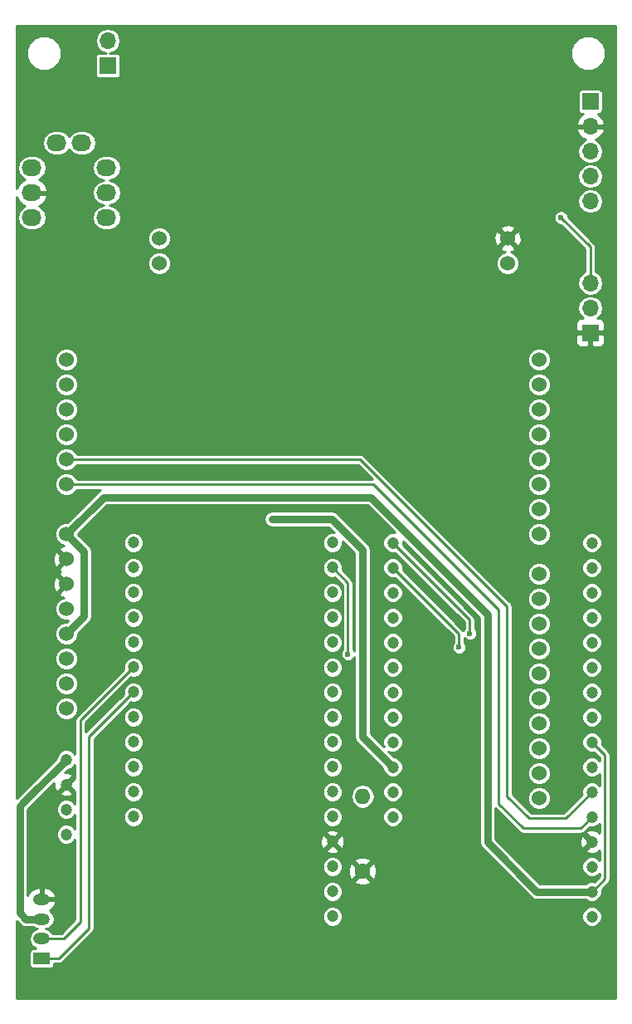
<source format=gbr>
G04 #@! TF.FileFunction,Copper,L2,Bot,Signal*
%FSLAX46Y46*%
G04 Gerber Fmt 4.6, Leading zero omitted, Abs format (unit mm)*
G04 Created by KiCad (PCBNEW 4.0.5) date 03/14/17 11:21:07*
%MOMM*%
%LPD*%
G01*
G04 APERTURE LIST*
%ADD10C,0.100000*%
%ADD11O,2.032000X1.727200*%
%ADD12R,1.700000X1.200000*%
%ADD13O,1.700000X1.200000*%
%ADD14C,1.200000*%
%ADD15C,1.524000*%
%ADD16R,1.700000X1.700000*%
%ADD17O,1.700000X1.700000*%
%ADD18C,1.600000*%
%ADD19O,1.600000X1.600000*%
%ADD20C,0.600000*%
%ADD21C,0.800000*%
%ADD22C,0.250000*%
%ADD23C,0.203000*%
%ADD24C,0.254000*%
G04 APERTURE END LIST*
D10*
D11*
X59620000Y-64920000D03*
X59620000Y-67460000D03*
X59620000Y-70000000D03*
X57080000Y-62380000D03*
X54540000Y-62380000D03*
X52000000Y-64920000D03*
X52000000Y-67460000D03*
X52000000Y-70000000D03*
D12*
X53000000Y-145500000D03*
D13*
X53000000Y-143500000D03*
X53000000Y-141500000D03*
X53000000Y-139500000D03*
D14*
X82670000Y-141240000D03*
X82670000Y-138700000D03*
X82670000Y-136160000D03*
X82670000Y-133620000D03*
X62350000Y-131080000D03*
X82670000Y-131080000D03*
X62350000Y-128540000D03*
X82670000Y-128540000D03*
X62350000Y-126000000D03*
X82670000Y-126000000D03*
X62350000Y-123460000D03*
X82670000Y-123460000D03*
X62350000Y-120920000D03*
X82670000Y-120920000D03*
X62350000Y-118380000D03*
X82670000Y-118380000D03*
X62350000Y-115840000D03*
X82670000Y-115840000D03*
X62350000Y-113300000D03*
X82670000Y-113300000D03*
X62350000Y-110760000D03*
X82670000Y-110760000D03*
X62350000Y-108220000D03*
X82670000Y-108220000D03*
X62350000Y-105680000D03*
X82670000Y-105680000D03*
X62350000Y-103140000D03*
X82670000Y-103140000D03*
D15*
X65000000Y-74660000D03*
X65000000Y-72120000D03*
X100560000Y-72120000D03*
X100560000Y-74660000D03*
D14*
X109160000Y-141250000D03*
X109160000Y-138710000D03*
X109160000Y-136170000D03*
X109160000Y-133630000D03*
X88840000Y-131090000D03*
X109160000Y-131090000D03*
X88840000Y-128550000D03*
X109160000Y-128550000D03*
X88840000Y-126010000D03*
X109160000Y-126010000D03*
X88840000Y-123470000D03*
X109160000Y-123470000D03*
X88840000Y-120930000D03*
X109160000Y-120930000D03*
X88840000Y-118390000D03*
X109160000Y-118390000D03*
X88840000Y-115850000D03*
X109160000Y-115850000D03*
X88840000Y-113310000D03*
X109160000Y-113310000D03*
X88840000Y-110770000D03*
X109160000Y-110770000D03*
X88840000Y-108230000D03*
X109160000Y-108230000D03*
X88840000Y-105690000D03*
X109160000Y-105690000D03*
X88840000Y-103150000D03*
X109160000Y-103150000D03*
D16*
X109000000Y-58170000D03*
D17*
X109000000Y-60710000D03*
X109000000Y-63250000D03*
X109000000Y-65790000D03*
X109000000Y-68330000D03*
D18*
X85750000Y-136620000D03*
D19*
X85750000Y-129000000D03*
D14*
X55500000Y-125250000D03*
X55500000Y-127790000D03*
X55500000Y-130330000D03*
X55500000Y-132870000D03*
D15*
X55540000Y-84500000D03*
X55540000Y-87040000D03*
X55540000Y-89580000D03*
X55540000Y-97200000D03*
X55540000Y-94660000D03*
X55540000Y-92120000D03*
X55540000Y-102280000D03*
X55540000Y-104820000D03*
X55540000Y-107360000D03*
X55540000Y-112440000D03*
X55540000Y-114980000D03*
X103800000Y-84500000D03*
X103800000Y-87040000D03*
X103800000Y-89580000D03*
X103800000Y-92120000D03*
X103800000Y-94660000D03*
X103800000Y-97200000D03*
X103800000Y-99740000D03*
X103800000Y-102280000D03*
X103800000Y-106344000D03*
X103800000Y-108884000D03*
X103800000Y-111424000D03*
X103800000Y-113964000D03*
X103800000Y-116504000D03*
X103800000Y-119044000D03*
X103800000Y-121584000D03*
X103800000Y-124124000D03*
X55540000Y-109900000D03*
X103800000Y-126664000D03*
X103800000Y-129204000D03*
X55540000Y-117520000D03*
X55540000Y-120060000D03*
D16*
X109000000Y-81750000D03*
D17*
X109000000Y-79210000D03*
X109000000Y-76670000D03*
D16*
X59750000Y-54500000D03*
D17*
X59750000Y-51960000D03*
D20*
X77910000Y-100750000D03*
X76500000Y-100750000D03*
X106000000Y-70000000D03*
X82323762Y-98500000D03*
X96699990Y-112392040D03*
X95600000Y-113800000D03*
X84250000Y-114500000D03*
D21*
X57072400Y-62380000D02*
X56920000Y-62380000D01*
X82638002Y-100750000D02*
X76500000Y-100750000D01*
X85750000Y-103861998D02*
X82638002Y-100750000D01*
X85750000Y-122920000D02*
X85750000Y-103861998D01*
X88840000Y-126010000D02*
X85750000Y-122920000D01*
X50750000Y-140900000D02*
X50750000Y-130000000D01*
X50750000Y-130000000D02*
X51149990Y-129600010D01*
X53000000Y-141500000D02*
X51350000Y-141500000D01*
X51350000Y-141500000D02*
X50750000Y-140900000D01*
X51149990Y-129600010D02*
X55500000Y-125250000D01*
D22*
X62350000Y-118380000D02*
X57799999Y-122930001D01*
X57799999Y-122930001D02*
X57799999Y-142450001D01*
X57799999Y-142450001D02*
X54750000Y-145500000D01*
X54750000Y-145500000D02*
X53000000Y-145500000D01*
X53250000Y-145500000D02*
X53000000Y-145500000D01*
X53000000Y-143500000D02*
X55250000Y-143500000D01*
X55250000Y-143500000D02*
X56949988Y-141800012D01*
X56949988Y-121240012D02*
X56949988Y-141800012D01*
X62350000Y-115840000D02*
X56949988Y-121240012D01*
X99625011Y-129750000D02*
X99625011Y-109976004D01*
X108000000Y-132250000D02*
X102125011Y-132250000D01*
X102125011Y-132250000D02*
X99625011Y-129750000D01*
X109160000Y-131090000D02*
X108000000Y-132250000D01*
X99625011Y-109976004D02*
X86849007Y-97200000D01*
X86849007Y-97200000D02*
X56617630Y-97200000D01*
X56617630Y-97200000D02*
X55540000Y-97200000D01*
X102750000Y-131250000D02*
X106460000Y-131250000D01*
X106460000Y-131250000D02*
X109160000Y-128550000D01*
X100475022Y-128975022D02*
X102750000Y-131250000D01*
X100475022Y-127750000D02*
X100475022Y-109623918D01*
X100475022Y-127750000D02*
X100475022Y-128975022D01*
X85511104Y-94660000D02*
X56617630Y-94660000D01*
X56617630Y-94660000D02*
X55540000Y-94660000D01*
X100475022Y-109623918D02*
X85511104Y-94660000D01*
D21*
X82323762Y-98500000D02*
X59320000Y-98500000D01*
X82323762Y-98500000D02*
X86558002Y-98500000D01*
X86558002Y-98500000D02*
X98500000Y-110441998D01*
X98500000Y-110441998D02*
X98500000Y-133675604D01*
X98500000Y-133675604D02*
X103534396Y-138710000D01*
X103534396Y-138710000D02*
X109160000Y-138710000D01*
D22*
X109000000Y-73000000D02*
X106000000Y-70000000D01*
X109000000Y-76670000D02*
X109000000Y-73000000D01*
D23*
X109000000Y-76500000D02*
X109000000Y-76670000D01*
D21*
X55540000Y-102280000D02*
X57302001Y-104042001D01*
X57302001Y-110677999D02*
X56301999Y-111678001D01*
X57302001Y-104042001D02*
X57302001Y-110677999D01*
X56301999Y-111678001D02*
X55540000Y-112440000D01*
D22*
X109160000Y-138710000D02*
X110485001Y-137384999D01*
X110485001Y-137384999D02*
X110485001Y-124795001D01*
X110485001Y-124795001D02*
X109759999Y-124069999D01*
X109759999Y-124069999D02*
X109160000Y-123470000D01*
D21*
X55540000Y-102280000D02*
X59320000Y-98500000D01*
D22*
X55462370Y-112440000D02*
X55052999Y-112030629D01*
X96699990Y-111967776D02*
X96699990Y-112392040D01*
X88840000Y-103150000D02*
X96699990Y-111009990D01*
X96699990Y-111009990D02*
X96699990Y-111967776D01*
X88840000Y-105690000D02*
X95600000Y-112450000D01*
X95600000Y-112450000D02*
X95600000Y-113800000D01*
X84250000Y-108250000D02*
X84250000Y-114500000D01*
X82670000Y-105680000D02*
X84250000Y-107260000D01*
X84250000Y-107260000D02*
X84250000Y-108250000D01*
D24*
G36*
X111594800Y-149594800D02*
X50405200Y-149594800D01*
X50405200Y-141724754D01*
X50765223Y-142084777D01*
X51033521Y-142264048D01*
X51350000Y-142327000D01*
X52149643Y-142327000D01*
X52331966Y-142448824D01*
X52589244Y-142500000D01*
X52331966Y-142551176D01*
X51998783Y-142773801D01*
X51776158Y-143106984D01*
X51697982Y-143500000D01*
X51776158Y-143893016D01*
X51998783Y-144226199D01*
X52331966Y-144448824D01*
X52411453Y-144464635D01*
X52150000Y-144464635D01*
X51991763Y-144494409D01*
X51846433Y-144587927D01*
X51748936Y-144730619D01*
X51714635Y-144900000D01*
X51714635Y-146100000D01*
X51744409Y-146258237D01*
X51837927Y-146403567D01*
X51980619Y-146501064D01*
X52150000Y-146535365D01*
X53850000Y-146535365D01*
X54008237Y-146505591D01*
X54153567Y-146412073D01*
X54251064Y-146269381D01*
X54285365Y-146100000D01*
X54285365Y-146052000D01*
X54750000Y-146052000D01*
X54961242Y-146009982D01*
X55140323Y-145890323D01*
X58190322Y-142840324D01*
X58309981Y-142661243D01*
X58351999Y-142450001D01*
X58351999Y-141443387D01*
X81642822Y-141443387D01*
X81798844Y-141820989D01*
X82087492Y-142110140D01*
X82464821Y-142266821D01*
X82873387Y-142267178D01*
X83250989Y-142111156D01*
X83540140Y-141822508D01*
X83693412Y-141453387D01*
X108132822Y-141453387D01*
X108288844Y-141830989D01*
X108577492Y-142120140D01*
X108954821Y-142276821D01*
X109363387Y-142277178D01*
X109740989Y-142121156D01*
X110030140Y-141832508D01*
X110186821Y-141455179D01*
X110187178Y-141046613D01*
X110031156Y-140669011D01*
X109742508Y-140379860D01*
X109365179Y-140223179D01*
X108956613Y-140222822D01*
X108579011Y-140378844D01*
X108289860Y-140667492D01*
X108133179Y-141044821D01*
X108132822Y-141453387D01*
X83693412Y-141453387D01*
X83696821Y-141445179D01*
X83697178Y-141036613D01*
X83541156Y-140659011D01*
X83252508Y-140369860D01*
X82875179Y-140213179D01*
X82466613Y-140212822D01*
X82089011Y-140368844D01*
X81799860Y-140657492D01*
X81643179Y-141034821D01*
X81642822Y-141443387D01*
X58351999Y-141443387D01*
X58351999Y-138903387D01*
X81642822Y-138903387D01*
X81798844Y-139280989D01*
X82087492Y-139570140D01*
X82464821Y-139726821D01*
X82873387Y-139727178D01*
X83250989Y-139571156D01*
X83540140Y-139282508D01*
X83696821Y-138905179D01*
X83697178Y-138496613D01*
X83541156Y-138119011D01*
X83252508Y-137829860D01*
X82875179Y-137673179D01*
X82466613Y-137672822D01*
X82089011Y-137828844D01*
X81799860Y-138117492D01*
X81643179Y-138494821D01*
X81642822Y-138903387D01*
X58351999Y-138903387D01*
X58351999Y-137627745D01*
X84921861Y-137627745D01*
X84995995Y-137873864D01*
X85533223Y-138066965D01*
X86103454Y-138039778D01*
X86504005Y-137873864D01*
X86578139Y-137627745D01*
X85750000Y-136799605D01*
X84921861Y-137627745D01*
X58351999Y-137627745D01*
X58351999Y-136363387D01*
X81642822Y-136363387D01*
X81798844Y-136740989D01*
X82087492Y-137030140D01*
X82464821Y-137186821D01*
X82873387Y-137187178D01*
X83250989Y-137031156D01*
X83540140Y-136742508D01*
X83681023Y-136403223D01*
X84303035Y-136403223D01*
X84330222Y-136973454D01*
X84496136Y-137374005D01*
X84742255Y-137448139D01*
X85570395Y-136620000D01*
X85929605Y-136620000D01*
X86757745Y-137448139D01*
X87003864Y-137374005D01*
X87196965Y-136836777D01*
X87169778Y-136266546D01*
X87003864Y-135865995D01*
X86757745Y-135791861D01*
X85929605Y-136620000D01*
X85570395Y-136620000D01*
X84742255Y-135791861D01*
X84496136Y-135865995D01*
X84303035Y-136403223D01*
X83681023Y-136403223D01*
X83696821Y-136365179D01*
X83697178Y-135956613D01*
X83554893Y-135612255D01*
X84921861Y-135612255D01*
X85750000Y-136440395D01*
X86578139Y-135612255D01*
X86504005Y-135366136D01*
X85966777Y-135173035D01*
X85396546Y-135200222D01*
X84995995Y-135366136D01*
X84921861Y-135612255D01*
X83554893Y-135612255D01*
X83541156Y-135579011D01*
X83252508Y-135289860D01*
X82875179Y-135133179D01*
X82466613Y-135132822D01*
X82089011Y-135288844D01*
X81799860Y-135577492D01*
X81643179Y-135954821D01*
X81642822Y-136363387D01*
X58351999Y-136363387D01*
X58351999Y-134482735D01*
X81986870Y-134482735D01*
X82036383Y-134708164D01*
X82501036Y-134867807D01*
X82991413Y-134837482D01*
X83303617Y-134708164D01*
X83353130Y-134482735D01*
X82670000Y-133799605D01*
X81986870Y-134482735D01*
X58351999Y-134482735D01*
X58351999Y-133451036D01*
X81422193Y-133451036D01*
X81452518Y-133941413D01*
X81581836Y-134253617D01*
X81807265Y-134303130D01*
X82490395Y-133620000D01*
X82849605Y-133620000D01*
X83532735Y-134303130D01*
X83758164Y-134253617D01*
X83917807Y-133788964D01*
X83887482Y-133298587D01*
X83758164Y-132986383D01*
X83532735Y-132936870D01*
X82849605Y-133620000D01*
X82490395Y-133620000D01*
X81807265Y-132936870D01*
X81581836Y-132986383D01*
X81422193Y-133451036D01*
X58351999Y-133451036D01*
X58351999Y-132757265D01*
X81986870Y-132757265D01*
X82670000Y-133440395D01*
X83353130Y-132757265D01*
X83303617Y-132531836D01*
X82838964Y-132372193D01*
X82348587Y-132402518D01*
X82036383Y-132531836D01*
X81986870Y-132757265D01*
X58351999Y-132757265D01*
X58351999Y-131283387D01*
X61322822Y-131283387D01*
X61478844Y-131660989D01*
X61767492Y-131950140D01*
X62144821Y-132106821D01*
X62553387Y-132107178D01*
X62930989Y-131951156D01*
X63220140Y-131662508D01*
X63376821Y-131285179D01*
X63376822Y-131283387D01*
X81642822Y-131283387D01*
X81798844Y-131660989D01*
X82087492Y-131950140D01*
X82464821Y-132106821D01*
X82873387Y-132107178D01*
X83250989Y-131951156D01*
X83540140Y-131662508D01*
X83693412Y-131293387D01*
X87812822Y-131293387D01*
X87968844Y-131670989D01*
X88257492Y-131960140D01*
X88634821Y-132116821D01*
X89043387Y-132117178D01*
X89420989Y-131961156D01*
X89710140Y-131672508D01*
X89866821Y-131295179D01*
X89867178Y-130886613D01*
X89711156Y-130509011D01*
X89422508Y-130219860D01*
X89045179Y-130063179D01*
X88636613Y-130062822D01*
X88259011Y-130218844D01*
X87969860Y-130507492D01*
X87813179Y-130884821D01*
X87812822Y-131293387D01*
X83693412Y-131293387D01*
X83696821Y-131285179D01*
X83697178Y-130876613D01*
X83541156Y-130499011D01*
X83252508Y-130209860D01*
X82875179Y-130053179D01*
X82466613Y-130052822D01*
X82089011Y-130208844D01*
X81799860Y-130497492D01*
X81643179Y-130874821D01*
X81642822Y-131283387D01*
X63376822Y-131283387D01*
X63377178Y-130876613D01*
X63221156Y-130499011D01*
X62932508Y-130209860D01*
X62555179Y-130053179D01*
X62146613Y-130052822D01*
X61769011Y-130208844D01*
X61479860Y-130497492D01*
X61323179Y-130874821D01*
X61322822Y-131283387D01*
X58351999Y-131283387D01*
X58351999Y-128743387D01*
X61322822Y-128743387D01*
X61478844Y-129120989D01*
X61767492Y-129410140D01*
X62144821Y-129566821D01*
X62553387Y-129567178D01*
X62930989Y-129411156D01*
X63220140Y-129122508D01*
X63376821Y-128745179D01*
X63376822Y-128743387D01*
X81642822Y-128743387D01*
X81798844Y-129120989D01*
X82087492Y-129410140D01*
X82464821Y-129566821D01*
X82873387Y-129567178D01*
X83250989Y-129411156D01*
X83540140Y-129122508D01*
X83600991Y-128975962D01*
X84523000Y-128975962D01*
X84523000Y-129024038D01*
X84616400Y-129493591D01*
X84882380Y-129891658D01*
X85280447Y-130157638D01*
X85750000Y-130251038D01*
X86219553Y-130157638D01*
X86617620Y-129891658D01*
X86883600Y-129493591D01*
X86977000Y-129024038D01*
X86977000Y-128975962D01*
X86932728Y-128753387D01*
X87812822Y-128753387D01*
X87968844Y-129130989D01*
X88257492Y-129420140D01*
X88634821Y-129576821D01*
X89043387Y-129577178D01*
X89420989Y-129421156D01*
X89710140Y-129132508D01*
X89866821Y-128755179D01*
X89867178Y-128346613D01*
X89711156Y-127969011D01*
X89422508Y-127679860D01*
X89045179Y-127523179D01*
X88636613Y-127522822D01*
X88259011Y-127678844D01*
X87969860Y-127967492D01*
X87813179Y-128344821D01*
X87812822Y-128753387D01*
X86932728Y-128753387D01*
X86883600Y-128506409D01*
X86617620Y-128108342D01*
X86219553Y-127842362D01*
X85750000Y-127748962D01*
X85280447Y-127842362D01*
X84882380Y-128108342D01*
X84616400Y-128506409D01*
X84523000Y-128975962D01*
X83600991Y-128975962D01*
X83696821Y-128745179D01*
X83697178Y-128336613D01*
X83541156Y-127959011D01*
X83252508Y-127669860D01*
X82875179Y-127513179D01*
X82466613Y-127512822D01*
X82089011Y-127668844D01*
X81799860Y-127957492D01*
X81643179Y-128334821D01*
X81642822Y-128743387D01*
X63376822Y-128743387D01*
X63377178Y-128336613D01*
X63221156Y-127959011D01*
X62932508Y-127669860D01*
X62555179Y-127513179D01*
X62146613Y-127512822D01*
X61769011Y-127668844D01*
X61479860Y-127957492D01*
X61323179Y-128334821D01*
X61322822Y-128743387D01*
X58351999Y-128743387D01*
X58351999Y-126203387D01*
X61322822Y-126203387D01*
X61478844Y-126580989D01*
X61767492Y-126870140D01*
X62144821Y-127026821D01*
X62553387Y-127027178D01*
X62930989Y-126871156D01*
X63220140Y-126582508D01*
X63376821Y-126205179D01*
X63376822Y-126203387D01*
X81642822Y-126203387D01*
X81798844Y-126580989D01*
X82087492Y-126870140D01*
X82464821Y-127026821D01*
X82873387Y-127027178D01*
X83250989Y-126871156D01*
X83540140Y-126582508D01*
X83696821Y-126205179D01*
X83697178Y-125796613D01*
X83541156Y-125419011D01*
X83252508Y-125129860D01*
X82875179Y-124973179D01*
X82466613Y-124972822D01*
X82089011Y-125128844D01*
X81799860Y-125417492D01*
X81643179Y-125794821D01*
X81642822Y-126203387D01*
X63376822Y-126203387D01*
X63377178Y-125796613D01*
X63221156Y-125419011D01*
X62932508Y-125129860D01*
X62555179Y-124973179D01*
X62146613Y-124972822D01*
X61769011Y-125128844D01*
X61479860Y-125417492D01*
X61323179Y-125794821D01*
X61322822Y-126203387D01*
X58351999Y-126203387D01*
X58351999Y-123663387D01*
X61322822Y-123663387D01*
X61478844Y-124040989D01*
X61767492Y-124330140D01*
X62144821Y-124486821D01*
X62553387Y-124487178D01*
X62930989Y-124331156D01*
X63220140Y-124042508D01*
X63376821Y-123665179D01*
X63376822Y-123663387D01*
X81642822Y-123663387D01*
X81798844Y-124040989D01*
X82087492Y-124330140D01*
X82464821Y-124486821D01*
X82873387Y-124487178D01*
X83250989Y-124331156D01*
X83540140Y-124042508D01*
X83696821Y-123665179D01*
X83697178Y-123256613D01*
X83541156Y-122879011D01*
X83252508Y-122589860D01*
X82875179Y-122433179D01*
X82466613Y-122432822D01*
X82089011Y-122588844D01*
X81799860Y-122877492D01*
X81643179Y-123254821D01*
X81642822Y-123663387D01*
X63376822Y-123663387D01*
X63377178Y-123256613D01*
X63221156Y-122879011D01*
X62932508Y-122589860D01*
X62555179Y-122433179D01*
X62146613Y-122432822D01*
X61769011Y-122588844D01*
X61479860Y-122877492D01*
X61323179Y-123254821D01*
X61322822Y-123663387D01*
X58351999Y-123663387D01*
X58351999Y-123158647D01*
X60387259Y-121123387D01*
X61322822Y-121123387D01*
X61478844Y-121500989D01*
X61767492Y-121790140D01*
X62144821Y-121946821D01*
X62553387Y-121947178D01*
X62930989Y-121791156D01*
X63220140Y-121502508D01*
X63376821Y-121125179D01*
X63376822Y-121123387D01*
X81642822Y-121123387D01*
X81798844Y-121500989D01*
X82087492Y-121790140D01*
X82464821Y-121946821D01*
X82873387Y-121947178D01*
X83250989Y-121791156D01*
X83540140Y-121502508D01*
X83696821Y-121125179D01*
X83697178Y-120716613D01*
X83541156Y-120339011D01*
X83252508Y-120049860D01*
X82875179Y-119893179D01*
X82466613Y-119892822D01*
X82089011Y-120048844D01*
X81799860Y-120337492D01*
X81643179Y-120714821D01*
X81642822Y-121123387D01*
X63376822Y-121123387D01*
X63377178Y-120716613D01*
X63221156Y-120339011D01*
X62932508Y-120049860D01*
X62555179Y-119893179D01*
X62146613Y-119892822D01*
X61769011Y-120048844D01*
X61479860Y-120337492D01*
X61323179Y-120714821D01*
X61322822Y-121123387D01*
X60387259Y-121123387D01*
X62115853Y-119394793D01*
X62144821Y-119406821D01*
X62553387Y-119407178D01*
X62930989Y-119251156D01*
X63220140Y-118962508D01*
X63376821Y-118585179D01*
X63376822Y-118583387D01*
X81642822Y-118583387D01*
X81798844Y-118960989D01*
X82087492Y-119250140D01*
X82464821Y-119406821D01*
X82873387Y-119407178D01*
X83250989Y-119251156D01*
X83540140Y-118962508D01*
X83696821Y-118585179D01*
X83697178Y-118176613D01*
X83541156Y-117799011D01*
X83252508Y-117509860D01*
X82875179Y-117353179D01*
X82466613Y-117352822D01*
X82089011Y-117508844D01*
X81799860Y-117797492D01*
X81643179Y-118174821D01*
X81642822Y-118583387D01*
X63376822Y-118583387D01*
X63377178Y-118176613D01*
X63221156Y-117799011D01*
X62932508Y-117509860D01*
X62555179Y-117353179D01*
X62146613Y-117352822D01*
X61769011Y-117508844D01*
X61479860Y-117797492D01*
X61323179Y-118174821D01*
X61322822Y-118583387D01*
X61335437Y-118613917D01*
X57501988Y-122447366D01*
X57501988Y-121468658D01*
X62115853Y-116854793D01*
X62144821Y-116866821D01*
X62553387Y-116867178D01*
X62930989Y-116711156D01*
X63220140Y-116422508D01*
X63376821Y-116045179D01*
X63376822Y-116043387D01*
X81642822Y-116043387D01*
X81798844Y-116420989D01*
X82087492Y-116710140D01*
X82464821Y-116866821D01*
X82873387Y-116867178D01*
X83250989Y-116711156D01*
X83540140Y-116422508D01*
X83696821Y-116045179D01*
X83697178Y-115636613D01*
X83541156Y-115259011D01*
X83252508Y-114969860D01*
X82875179Y-114813179D01*
X82466613Y-114812822D01*
X82089011Y-114968844D01*
X81799860Y-115257492D01*
X81643179Y-115634821D01*
X81642822Y-116043387D01*
X63376822Y-116043387D01*
X63377178Y-115636613D01*
X63221156Y-115259011D01*
X62932508Y-114969860D01*
X62555179Y-114813179D01*
X62146613Y-114812822D01*
X61769011Y-114968844D01*
X61479860Y-115257492D01*
X61323179Y-115634821D01*
X61322822Y-116043387D01*
X61335437Y-116073917D01*
X56559665Y-120849689D01*
X56440006Y-121028770D01*
X56440006Y-121028771D01*
X56397988Y-121240012D01*
X56397988Y-124733949D01*
X56371156Y-124669011D01*
X56082508Y-124379860D01*
X55705179Y-124223179D01*
X55296613Y-124222822D01*
X54919011Y-124378844D01*
X54629860Y-124667492D01*
X54473179Y-125044821D01*
X54473124Y-125107322D01*
X50565215Y-129015231D01*
X50565212Y-129015233D01*
X50405200Y-129175245D01*
X50405200Y-120295469D01*
X54350794Y-120295469D01*
X54531427Y-120732635D01*
X54865606Y-121067397D01*
X55302456Y-121248793D01*
X55775469Y-121249206D01*
X56212635Y-121068573D01*
X56547397Y-120734394D01*
X56728793Y-120297544D01*
X56729206Y-119824531D01*
X56548573Y-119387365D01*
X56214394Y-119052603D01*
X55777544Y-118871207D01*
X55304531Y-118870794D01*
X54867365Y-119051427D01*
X54532603Y-119385606D01*
X54351207Y-119822456D01*
X54350794Y-120295469D01*
X50405200Y-120295469D01*
X50405200Y-117755469D01*
X54350794Y-117755469D01*
X54531427Y-118192635D01*
X54865606Y-118527397D01*
X55302456Y-118708793D01*
X55775469Y-118709206D01*
X56212635Y-118528573D01*
X56547397Y-118194394D01*
X56728793Y-117757544D01*
X56729206Y-117284531D01*
X56548573Y-116847365D01*
X56214394Y-116512603D01*
X55777544Y-116331207D01*
X55304531Y-116330794D01*
X54867365Y-116511427D01*
X54532603Y-116845606D01*
X54351207Y-117282456D01*
X54350794Y-117755469D01*
X50405200Y-117755469D01*
X50405200Y-115215469D01*
X54350794Y-115215469D01*
X54531427Y-115652635D01*
X54865606Y-115987397D01*
X55302456Y-116168793D01*
X55775469Y-116169206D01*
X56212635Y-115988573D01*
X56547397Y-115654394D01*
X56728793Y-115217544D01*
X56729206Y-114744531D01*
X56548573Y-114307365D01*
X56214394Y-113972603D01*
X55777544Y-113791207D01*
X55304531Y-113790794D01*
X54867365Y-113971427D01*
X54532603Y-114305606D01*
X54351207Y-114742456D01*
X54350794Y-115215469D01*
X50405200Y-115215469D01*
X50405200Y-107152302D01*
X54130856Y-107152302D01*
X54158638Y-107707368D01*
X54317603Y-108091143D01*
X54559787Y-108160608D01*
X55360395Y-107360000D01*
X54559787Y-106559392D01*
X54317603Y-106628857D01*
X54130856Y-107152302D01*
X50405200Y-107152302D01*
X50405200Y-104612302D01*
X54130856Y-104612302D01*
X54158638Y-105167368D01*
X54317603Y-105551143D01*
X54559787Y-105620608D01*
X55360395Y-104820000D01*
X54559787Y-104019392D01*
X54317603Y-104088857D01*
X54130856Y-104612302D01*
X50405200Y-104612302D01*
X50405200Y-94895469D01*
X54350794Y-94895469D01*
X54531427Y-95332635D01*
X54865606Y-95667397D01*
X55302456Y-95848793D01*
X55775469Y-95849206D01*
X56212635Y-95668573D01*
X56547397Y-95334394D01*
X56598219Y-95212000D01*
X85282458Y-95212000D01*
X86718458Y-96648000D01*
X56598418Y-96648000D01*
X56548573Y-96527365D01*
X56214394Y-96192603D01*
X55777544Y-96011207D01*
X55304531Y-96010794D01*
X54867365Y-96191427D01*
X54532603Y-96525606D01*
X54351207Y-96962456D01*
X54350794Y-97435469D01*
X54531427Y-97872635D01*
X54865606Y-98207397D01*
X55302456Y-98388793D01*
X55775469Y-98389206D01*
X56212635Y-98208573D01*
X56547397Y-97874394D01*
X56598219Y-97752000D01*
X58979503Y-97752000D01*
X58735223Y-97915223D01*
X55559429Y-101091017D01*
X55304531Y-101090794D01*
X54867365Y-101271427D01*
X54532603Y-101605606D01*
X54351207Y-102042456D01*
X54350794Y-102515469D01*
X54531427Y-102952635D01*
X54865606Y-103287397D01*
X55225833Y-103436976D01*
X55192632Y-103438638D01*
X54808857Y-103597603D01*
X54739392Y-103839787D01*
X55540000Y-104640395D01*
X55554143Y-104626253D01*
X55733748Y-104805858D01*
X55719605Y-104820000D01*
X55733748Y-104834143D01*
X55554143Y-105013748D01*
X55540000Y-104999605D01*
X54739392Y-105800213D01*
X54808857Y-106042397D01*
X54932344Y-106086453D01*
X54808857Y-106137603D01*
X54739392Y-106379787D01*
X55540000Y-107180395D01*
X55554143Y-107166253D01*
X55733748Y-107345858D01*
X55719605Y-107360000D01*
X55733748Y-107374143D01*
X55554143Y-107553748D01*
X55540000Y-107539605D01*
X54739392Y-108340213D01*
X54808857Y-108582397D01*
X55241615Y-108736790D01*
X54867365Y-108891427D01*
X54532603Y-109225606D01*
X54351207Y-109662456D01*
X54350794Y-110135469D01*
X54531427Y-110572635D01*
X54865606Y-110907397D01*
X55302456Y-111088793D01*
X55721287Y-111089159D01*
X55717224Y-111093222D01*
X55717221Y-111093224D01*
X55559429Y-111251017D01*
X55304531Y-111250794D01*
X54867365Y-111431427D01*
X54532603Y-111765606D01*
X54351207Y-112202456D01*
X54350794Y-112675469D01*
X54531427Y-113112635D01*
X54865606Y-113447397D01*
X55302456Y-113628793D01*
X55775469Y-113629206D01*
X56079974Y-113503387D01*
X61322822Y-113503387D01*
X61478844Y-113880989D01*
X61767492Y-114170140D01*
X62144821Y-114326821D01*
X62553387Y-114327178D01*
X62930989Y-114171156D01*
X63220140Y-113882508D01*
X63376821Y-113505179D01*
X63376822Y-113503387D01*
X81642822Y-113503387D01*
X81798844Y-113880989D01*
X82087492Y-114170140D01*
X82464821Y-114326821D01*
X82873387Y-114327178D01*
X83250989Y-114171156D01*
X83540140Y-113882508D01*
X83696821Y-113505179D01*
X83697178Y-113096613D01*
X83541156Y-112719011D01*
X83252508Y-112429860D01*
X82875179Y-112273179D01*
X82466613Y-112272822D01*
X82089011Y-112428844D01*
X81799860Y-112717492D01*
X81643179Y-113094821D01*
X81642822Y-113503387D01*
X63376822Y-113503387D01*
X63377178Y-113096613D01*
X63221156Y-112719011D01*
X62932508Y-112429860D01*
X62555179Y-112273179D01*
X62146613Y-112272822D01*
X61769011Y-112428844D01*
X61479860Y-112717492D01*
X61323179Y-113094821D01*
X61322822Y-113503387D01*
X56079974Y-113503387D01*
X56212635Y-113448573D01*
X56547397Y-113114394D01*
X56728793Y-112677544D01*
X56729017Y-112420537D01*
X56886776Y-112262779D01*
X56886778Y-112262776D01*
X57886778Y-111262777D01*
X58066049Y-110994478D01*
X58072233Y-110963387D01*
X61322822Y-110963387D01*
X61478844Y-111340989D01*
X61767492Y-111630140D01*
X62144821Y-111786821D01*
X62553387Y-111787178D01*
X62930989Y-111631156D01*
X63220140Y-111342508D01*
X63376821Y-110965179D01*
X63376822Y-110963387D01*
X81642822Y-110963387D01*
X81798844Y-111340989D01*
X82087492Y-111630140D01*
X82464821Y-111786821D01*
X82873387Y-111787178D01*
X83250989Y-111631156D01*
X83540140Y-111342508D01*
X83696821Y-110965179D01*
X83697178Y-110556613D01*
X83541156Y-110179011D01*
X83252508Y-109889860D01*
X82875179Y-109733179D01*
X82466613Y-109732822D01*
X82089011Y-109888844D01*
X81799860Y-110177492D01*
X81643179Y-110554821D01*
X81642822Y-110963387D01*
X63376822Y-110963387D01*
X63377178Y-110556613D01*
X63221156Y-110179011D01*
X62932508Y-109889860D01*
X62555179Y-109733179D01*
X62146613Y-109732822D01*
X61769011Y-109888844D01*
X61479860Y-110177492D01*
X61323179Y-110554821D01*
X61322822Y-110963387D01*
X58072233Y-110963387D01*
X58129001Y-110677999D01*
X58129001Y-108423387D01*
X61322822Y-108423387D01*
X61478844Y-108800989D01*
X61767492Y-109090140D01*
X62144821Y-109246821D01*
X62553387Y-109247178D01*
X62930989Y-109091156D01*
X63220140Y-108802508D01*
X63376821Y-108425179D01*
X63376822Y-108423387D01*
X81642822Y-108423387D01*
X81798844Y-108800989D01*
X82087492Y-109090140D01*
X82464821Y-109246821D01*
X82873387Y-109247178D01*
X83250989Y-109091156D01*
X83540140Y-108802508D01*
X83696821Y-108425179D01*
X83697178Y-108016613D01*
X83541156Y-107639011D01*
X83252508Y-107349860D01*
X82875179Y-107193179D01*
X82466613Y-107192822D01*
X82089011Y-107348844D01*
X81799860Y-107637492D01*
X81643179Y-108014821D01*
X81642822Y-108423387D01*
X63376822Y-108423387D01*
X63377178Y-108016613D01*
X63221156Y-107639011D01*
X62932508Y-107349860D01*
X62555179Y-107193179D01*
X62146613Y-107192822D01*
X61769011Y-107348844D01*
X61479860Y-107637492D01*
X61323179Y-108014821D01*
X61322822Y-108423387D01*
X58129001Y-108423387D01*
X58129001Y-105883387D01*
X61322822Y-105883387D01*
X61478844Y-106260989D01*
X61767492Y-106550140D01*
X62144821Y-106706821D01*
X62553387Y-106707178D01*
X62930989Y-106551156D01*
X63220140Y-106262508D01*
X63376821Y-105885179D01*
X63377178Y-105476613D01*
X63221156Y-105099011D01*
X62932508Y-104809860D01*
X62555179Y-104653179D01*
X62146613Y-104652822D01*
X61769011Y-104808844D01*
X61479860Y-105097492D01*
X61323179Y-105474821D01*
X61322822Y-105883387D01*
X58129001Y-105883387D01*
X58129001Y-104042001D01*
X58066049Y-103725522D01*
X58063020Y-103720989D01*
X57886779Y-103457224D01*
X57772942Y-103343387D01*
X61322822Y-103343387D01*
X61478844Y-103720989D01*
X61767492Y-104010140D01*
X62144821Y-104166821D01*
X62553387Y-104167178D01*
X62930989Y-104011156D01*
X63220140Y-103722508D01*
X63376821Y-103345179D01*
X63377178Y-102936613D01*
X63221156Y-102559011D01*
X62932508Y-102269860D01*
X62555179Y-102113179D01*
X62146613Y-102112822D01*
X61769011Y-102268844D01*
X61479860Y-102557492D01*
X61323179Y-102934821D01*
X61322822Y-103343387D01*
X57772942Y-103343387D01*
X56728983Y-102299429D01*
X56729017Y-102260537D01*
X58239554Y-100750000D01*
X75673000Y-100750000D01*
X75735952Y-101066479D01*
X75915223Y-101334777D01*
X76183521Y-101514048D01*
X76500000Y-101577000D01*
X82295448Y-101577000D01*
X82831589Y-102113141D01*
X82466613Y-102112822D01*
X82089011Y-102268844D01*
X81799860Y-102557492D01*
X81643179Y-102934821D01*
X81642822Y-103343387D01*
X81798844Y-103720989D01*
X82087492Y-104010140D01*
X82464821Y-104166821D01*
X82873387Y-104167178D01*
X83250989Y-104011156D01*
X83540140Y-103722508D01*
X83696821Y-103345179D01*
X83697141Y-102978693D01*
X84923000Y-104204552D01*
X84923000Y-114225030D01*
X84866680Y-114088725D01*
X84802000Y-114023932D01*
X84802000Y-107260000D01*
X84759982Y-107048759D01*
X84640323Y-106869677D01*
X83684793Y-105914147D01*
X83696821Y-105885179D01*
X83697178Y-105476613D01*
X83541156Y-105099011D01*
X83252508Y-104809860D01*
X82875179Y-104653179D01*
X82466613Y-104652822D01*
X82089011Y-104808844D01*
X81799860Y-105097492D01*
X81643179Y-105474821D01*
X81642822Y-105883387D01*
X81798844Y-106260989D01*
X82087492Y-106550140D01*
X82464821Y-106706821D01*
X82873387Y-106707178D01*
X82903917Y-106694563D01*
X83698000Y-107488646D01*
X83698000Y-114023800D01*
X83634039Y-114087650D01*
X83523126Y-114354756D01*
X83522874Y-114643975D01*
X83633320Y-114911275D01*
X83837650Y-115115961D01*
X84104756Y-115226874D01*
X84393975Y-115227126D01*
X84661275Y-115116680D01*
X84865961Y-114912350D01*
X84923000Y-114774986D01*
X84923000Y-122920000D01*
X84985952Y-123236479D01*
X85165223Y-123504777D01*
X87812875Y-126152429D01*
X87812822Y-126213387D01*
X87968844Y-126590989D01*
X88257492Y-126880140D01*
X88634821Y-127036821D01*
X89043387Y-127037178D01*
X89420989Y-126881156D01*
X89710140Y-126592508D01*
X89866821Y-126215179D01*
X89867178Y-125806613D01*
X89711156Y-125429011D01*
X89422508Y-125139860D01*
X89045179Y-124983179D01*
X88982678Y-124983124D01*
X88398065Y-124398511D01*
X88634821Y-124496821D01*
X89043387Y-124497178D01*
X89420989Y-124341156D01*
X89710140Y-124052508D01*
X89866821Y-123675179D01*
X89867178Y-123266613D01*
X89711156Y-122889011D01*
X89422508Y-122599860D01*
X89045179Y-122443179D01*
X88636613Y-122442822D01*
X88259011Y-122598844D01*
X87969860Y-122887492D01*
X87813179Y-123264821D01*
X87812822Y-123673387D01*
X87911317Y-123911763D01*
X86577000Y-122577446D01*
X86577000Y-121133387D01*
X87812822Y-121133387D01*
X87968844Y-121510989D01*
X88257492Y-121800140D01*
X88634821Y-121956821D01*
X89043387Y-121957178D01*
X89420989Y-121801156D01*
X89710140Y-121512508D01*
X89866821Y-121135179D01*
X89867178Y-120726613D01*
X89711156Y-120349011D01*
X89422508Y-120059860D01*
X89045179Y-119903179D01*
X88636613Y-119902822D01*
X88259011Y-120058844D01*
X87969860Y-120347492D01*
X87813179Y-120724821D01*
X87812822Y-121133387D01*
X86577000Y-121133387D01*
X86577000Y-118593387D01*
X87812822Y-118593387D01*
X87968844Y-118970989D01*
X88257492Y-119260140D01*
X88634821Y-119416821D01*
X89043387Y-119417178D01*
X89420989Y-119261156D01*
X89710140Y-118972508D01*
X89866821Y-118595179D01*
X89867178Y-118186613D01*
X89711156Y-117809011D01*
X89422508Y-117519860D01*
X89045179Y-117363179D01*
X88636613Y-117362822D01*
X88259011Y-117518844D01*
X87969860Y-117807492D01*
X87813179Y-118184821D01*
X87812822Y-118593387D01*
X86577000Y-118593387D01*
X86577000Y-116053387D01*
X87812822Y-116053387D01*
X87968844Y-116430989D01*
X88257492Y-116720140D01*
X88634821Y-116876821D01*
X89043387Y-116877178D01*
X89420989Y-116721156D01*
X89710140Y-116432508D01*
X89866821Y-116055179D01*
X89867178Y-115646613D01*
X89711156Y-115269011D01*
X89422508Y-114979860D01*
X89045179Y-114823179D01*
X88636613Y-114822822D01*
X88259011Y-114978844D01*
X87969860Y-115267492D01*
X87813179Y-115644821D01*
X87812822Y-116053387D01*
X86577000Y-116053387D01*
X86577000Y-113513387D01*
X87812822Y-113513387D01*
X87968844Y-113890989D01*
X88257492Y-114180140D01*
X88634821Y-114336821D01*
X89043387Y-114337178D01*
X89420989Y-114181156D01*
X89710140Y-113892508D01*
X89866821Y-113515179D01*
X89867178Y-113106613D01*
X89711156Y-112729011D01*
X89422508Y-112439860D01*
X89045179Y-112283179D01*
X88636613Y-112282822D01*
X88259011Y-112438844D01*
X87969860Y-112727492D01*
X87813179Y-113104821D01*
X87812822Y-113513387D01*
X86577000Y-113513387D01*
X86577000Y-110973387D01*
X87812822Y-110973387D01*
X87968844Y-111350989D01*
X88257492Y-111640140D01*
X88634821Y-111796821D01*
X89043387Y-111797178D01*
X89420989Y-111641156D01*
X89710140Y-111352508D01*
X89866821Y-110975179D01*
X89867178Y-110566613D01*
X89711156Y-110189011D01*
X89422508Y-109899860D01*
X89045179Y-109743179D01*
X88636613Y-109742822D01*
X88259011Y-109898844D01*
X87969860Y-110187492D01*
X87813179Y-110564821D01*
X87812822Y-110973387D01*
X86577000Y-110973387D01*
X86577000Y-108433387D01*
X87812822Y-108433387D01*
X87968844Y-108810989D01*
X88257492Y-109100140D01*
X88634821Y-109256821D01*
X89043387Y-109257178D01*
X89420989Y-109101156D01*
X89710140Y-108812508D01*
X89866821Y-108435179D01*
X89867178Y-108026613D01*
X89711156Y-107649011D01*
X89422508Y-107359860D01*
X89045179Y-107203179D01*
X88636613Y-107202822D01*
X88259011Y-107358844D01*
X87969860Y-107647492D01*
X87813179Y-108024821D01*
X87812822Y-108433387D01*
X86577000Y-108433387D01*
X86577000Y-103861998D01*
X86514048Y-103545519D01*
X86334777Y-103277221D01*
X83222779Y-100165223D01*
X82954481Y-99985952D01*
X82638002Y-99923000D01*
X76500000Y-99923000D01*
X76183521Y-99985952D01*
X75915223Y-100165223D01*
X75735952Y-100433521D01*
X75673000Y-100750000D01*
X58239554Y-100750000D01*
X59662554Y-99327000D01*
X86215448Y-99327000D01*
X89011597Y-102123150D01*
X88636613Y-102122822D01*
X88259011Y-102278844D01*
X87969860Y-102567492D01*
X87813179Y-102944821D01*
X87812822Y-103353387D01*
X87968844Y-103730989D01*
X88257492Y-104020140D01*
X88634821Y-104176821D01*
X89043387Y-104177178D01*
X89073917Y-104164563D01*
X96147990Y-111238636D01*
X96147990Y-111915840D01*
X96084029Y-111979690D01*
X96027631Y-112115511D01*
X95990323Y-112059677D01*
X89854793Y-105924147D01*
X89866821Y-105895179D01*
X89867178Y-105486613D01*
X89711156Y-105109011D01*
X89422508Y-104819860D01*
X89045179Y-104663179D01*
X88636613Y-104662822D01*
X88259011Y-104818844D01*
X87969860Y-105107492D01*
X87813179Y-105484821D01*
X87812822Y-105893387D01*
X87968844Y-106270989D01*
X88257492Y-106560140D01*
X88634821Y-106716821D01*
X89043387Y-106717178D01*
X89073917Y-106704563D01*
X95048000Y-112678646D01*
X95048000Y-113323800D01*
X94984039Y-113387650D01*
X94873126Y-113654756D01*
X94872874Y-113943975D01*
X94983320Y-114211275D01*
X95187650Y-114415961D01*
X95454756Y-114526874D01*
X95743975Y-114527126D01*
X96011275Y-114416680D01*
X96215961Y-114212350D01*
X96326874Y-113945244D01*
X96327126Y-113656025D01*
X96216680Y-113388725D01*
X96152000Y-113323932D01*
X96152000Y-112872125D01*
X96287640Y-113008001D01*
X96554746Y-113118914D01*
X96843965Y-113119166D01*
X97111265Y-113008720D01*
X97315951Y-112804390D01*
X97426864Y-112537284D01*
X97427116Y-112248065D01*
X97316670Y-111980765D01*
X97251990Y-111915972D01*
X97251990Y-111009990D01*
X97209972Y-110798749D01*
X97090313Y-110619667D01*
X89854793Y-103384147D01*
X89866821Y-103355179D01*
X89867150Y-102978702D01*
X97673000Y-110784553D01*
X97673000Y-133675604D01*
X97735952Y-133992083D01*
X97915223Y-134260381D01*
X102949619Y-139294777D01*
X103217917Y-139474048D01*
X103534396Y-139537000D01*
X108534427Y-139537000D01*
X108577492Y-139580140D01*
X108954821Y-139736821D01*
X109363387Y-139737178D01*
X109740989Y-139581156D01*
X110030140Y-139292508D01*
X110186821Y-138915179D01*
X110187178Y-138506613D01*
X110174563Y-138476083D01*
X110875324Y-137775322D01*
X110936892Y-137683179D01*
X110994983Y-137596240D01*
X111037001Y-137384999D01*
X111037001Y-124795001D01*
X110994983Y-124583760D01*
X110994983Y-124583759D01*
X110875324Y-124404678D01*
X110174793Y-123704147D01*
X110186821Y-123675179D01*
X110187178Y-123266613D01*
X110031156Y-122889011D01*
X109742508Y-122599860D01*
X109365179Y-122443179D01*
X108956613Y-122442822D01*
X108579011Y-122598844D01*
X108289860Y-122887492D01*
X108133179Y-123264821D01*
X108132822Y-123673387D01*
X108288844Y-124050989D01*
X108577492Y-124340140D01*
X108954821Y-124496821D01*
X109363387Y-124497178D01*
X109393917Y-124484563D01*
X109933001Y-125023647D01*
X109933001Y-125330685D01*
X109742508Y-125139860D01*
X109365179Y-124983179D01*
X108956613Y-124982822D01*
X108579011Y-125138844D01*
X108289860Y-125427492D01*
X108133179Y-125804821D01*
X108132822Y-126213387D01*
X108288844Y-126590989D01*
X108577492Y-126880140D01*
X108954821Y-127036821D01*
X109363387Y-127037178D01*
X109740989Y-126881156D01*
X109933001Y-126689478D01*
X109933001Y-127870685D01*
X109742508Y-127679860D01*
X109365179Y-127523179D01*
X108956613Y-127522822D01*
X108579011Y-127678844D01*
X108289860Y-127967492D01*
X108133179Y-128344821D01*
X108132822Y-128753387D01*
X108145437Y-128783917D01*
X106231354Y-130698000D01*
X102978646Y-130698000D01*
X101720115Y-129439469D01*
X102610794Y-129439469D01*
X102791427Y-129876635D01*
X103125606Y-130211397D01*
X103562456Y-130392793D01*
X104035469Y-130393206D01*
X104472635Y-130212573D01*
X104807397Y-129878394D01*
X104988793Y-129441544D01*
X104989206Y-128968531D01*
X104808573Y-128531365D01*
X104474394Y-128196603D01*
X104037544Y-128015207D01*
X103564531Y-128014794D01*
X103127365Y-128195427D01*
X102792603Y-128529606D01*
X102611207Y-128966456D01*
X102610794Y-129439469D01*
X101720115Y-129439469D01*
X101027022Y-128746376D01*
X101027022Y-126899469D01*
X102610794Y-126899469D01*
X102791427Y-127336635D01*
X103125606Y-127671397D01*
X103562456Y-127852793D01*
X104035469Y-127853206D01*
X104472635Y-127672573D01*
X104807397Y-127338394D01*
X104988793Y-126901544D01*
X104989206Y-126428531D01*
X104808573Y-125991365D01*
X104474394Y-125656603D01*
X104037544Y-125475207D01*
X103564531Y-125474794D01*
X103127365Y-125655427D01*
X102792603Y-125989606D01*
X102611207Y-126426456D01*
X102610794Y-126899469D01*
X101027022Y-126899469D01*
X101027022Y-124359469D01*
X102610794Y-124359469D01*
X102791427Y-124796635D01*
X103125606Y-125131397D01*
X103562456Y-125312793D01*
X104035469Y-125313206D01*
X104472635Y-125132573D01*
X104807397Y-124798394D01*
X104988793Y-124361544D01*
X104989206Y-123888531D01*
X104808573Y-123451365D01*
X104474394Y-123116603D01*
X104037544Y-122935207D01*
X103564531Y-122934794D01*
X103127365Y-123115427D01*
X102792603Y-123449606D01*
X102611207Y-123886456D01*
X102610794Y-124359469D01*
X101027022Y-124359469D01*
X101027022Y-121819469D01*
X102610794Y-121819469D01*
X102791427Y-122256635D01*
X103125606Y-122591397D01*
X103562456Y-122772793D01*
X104035469Y-122773206D01*
X104472635Y-122592573D01*
X104807397Y-122258394D01*
X104988793Y-121821544D01*
X104989206Y-121348531D01*
X104900311Y-121133387D01*
X108132822Y-121133387D01*
X108288844Y-121510989D01*
X108577492Y-121800140D01*
X108954821Y-121956821D01*
X109363387Y-121957178D01*
X109740989Y-121801156D01*
X110030140Y-121512508D01*
X110186821Y-121135179D01*
X110187178Y-120726613D01*
X110031156Y-120349011D01*
X109742508Y-120059860D01*
X109365179Y-119903179D01*
X108956613Y-119902822D01*
X108579011Y-120058844D01*
X108289860Y-120347492D01*
X108133179Y-120724821D01*
X108132822Y-121133387D01*
X104900311Y-121133387D01*
X104808573Y-120911365D01*
X104474394Y-120576603D01*
X104037544Y-120395207D01*
X103564531Y-120394794D01*
X103127365Y-120575427D01*
X102792603Y-120909606D01*
X102611207Y-121346456D01*
X102610794Y-121819469D01*
X101027022Y-121819469D01*
X101027022Y-119279469D01*
X102610794Y-119279469D01*
X102791427Y-119716635D01*
X103125606Y-120051397D01*
X103562456Y-120232793D01*
X104035469Y-120233206D01*
X104472635Y-120052573D01*
X104807397Y-119718394D01*
X104988793Y-119281544D01*
X104989206Y-118808531D01*
X104900311Y-118593387D01*
X108132822Y-118593387D01*
X108288844Y-118970989D01*
X108577492Y-119260140D01*
X108954821Y-119416821D01*
X109363387Y-119417178D01*
X109740989Y-119261156D01*
X110030140Y-118972508D01*
X110186821Y-118595179D01*
X110187178Y-118186613D01*
X110031156Y-117809011D01*
X109742508Y-117519860D01*
X109365179Y-117363179D01*
X108956613Y-117362822D01*
X108579011Y-117518844D01*
X108289860Y-117807492D01*
X108133179Y-118184821D01*
X108132822Y-118593387D01*
X104900311Y-118593387D01*
X104808573Y-118371365D01*
X104474394Y-118036603D01*
X104037544Y-117855207D01*
X103564531Y-117854794D01*
X103127365Y-118035427D01*
X102792603Y-118369606D01*
X102611207Y-118806456D01*
X102610794Y-119279469D01*
X101027022Y-119279469D01*
X101027022Y-116739469D01*
X102610794Y-116739469D01*
X102791427Y-117176635D01*
X103125606Y-117511397D01*
X103562456Y-117692793D01*
X104035469Y-117693206D01*
X104472635Y-117512573D01*
X104807397Y-117178394D01*
X104988793Y-116741544D01*
X104989206Y-116268531D01*
X104900311Y-116053387D01*
X108132822Y-116053387D01*
X108288844Y-116430989D01*
X108577492Y-116720140D01*
X108954821Y-116876821D01*
X109363387Y-116877178D01*
X109740989Y-116721156D01*
X110030140Y-116432508D01*
X110186821Y-116055179D01*
X110187178Y-115646613D01*
X110031156Y-115269011D01*
X109742508Y-114979860D01*
X109365179Y-114823179D01*
X108956613Y-114822822D01*
X108579011Y-114978844D01*
X108289860Y-115267492D01*
X108133179Y-115644821D01*
X108132822Y-116053387D01*
X104900311Y-116053387D01*
X104808573Y-115831365D01*
X104474394Y-115496603D01*
X104037544Y-115315207D01*
X103564531Y-115314794D01*
X103127365Y-115495427D01*
X102792603Y-115829606D01*
X102611207Y-116266456D01*
X102610794Y-116739469D01*
X101027022Y-116739469D01*
X101027022Y-114199469D01*
X102610794Y-114199469D01*
X102791427Y-114636635D01*
X103125606Y-114971397D01*
X103562456Y-115152793D01*
X104035469Y-115153206D01*
X104472635Y-114972573D01*
X104807397Y-114638394D01*
X104988793Y-114201544D01*
X104989206Y-113728531D01*
X104900311Y-113513387D01*
X108132822Y-113513387D01*
X108288844Y-113890989D01*
X108577492Y-114180140D01*
X108954821Y-114336821D01*
X109363387Y-114337178D01*
X109740989Y-114181156D01*
X110030140Y-113892508D01*
X110186821Y-113515179D01*
X110187178Y-113106613D01*
X110031156Y-112729011D01*
X109742508Y-112439860D01*
X109365179Y-112283179D01*
X108956613Y-112282822D01*
X108579011Y-112438844D01*
X108289860Y-112727492D01*
X108133179Y-113104821D01*
X108132822Y-113513387D01*
X104900311Y-113513387D01*
X104808573Y-113291365D01*
X104474394Y-112956603D01*
X104037544Y-112775207D01*
X103564531Y-112774794D01*
X103127365Y-112955427D01*
X102792603Y-113289606D01*
X102611207Y-113726456D01*
X102610794Y-114199469D01*
X101027022Y-114199469D01*
X101027022Y-111659469D01*
X102610794Y-111659469D01*
X102791427Y-112096635D01*
X103125606Y-112431397D01*
X103562456Y-112612793D01*
X104035469Y-112613206D01*
X104472635Y-112432573D01*
X104807397Y-112098394D01*
X104988793Y-111661544D01*
X104989206Y-111188531D01*
X104900311Y-110973387D01*
X108132822Y-110973387D01*
X108288844Y-111350989D01*
X108577492Y-111640140D01*
X108954821Y-111796821D01*
X109363387Y-111797178D01*
X109740989Y-111641156D01*
X110030140Y-111352508D01*
X110186821Y-110975179D01*
X110187178Y-110566613D01*
X110031156Y-110189011D01*
X109742508Y-109899860D01*
X109365179Y-109743179D01*
X108956613Y-109742822D01*
X108579011Y-109898844D01*
X108289860Y-110187492D01*
X108133179Y-110564821D01*
X108132822Y-110973387D01*
X104900311Y-110973387D01*
X104808573Y-110751365D01*
X104474394Y-110416603D01*
X104037544Y-110235207D01*
X103564531Y-110234794D01*
X103127365Y-110415427D01*
X102792603Y-110749606D01*
X102611207Y-111186456D01*
X102610794Y-111659469D01*
X101027022Y-111659469D01*
X101027022Y-109623918D01*
X100985004Y-109412677D01*
X100985004Y-109412676D01*
X100865345Y-109233595D01*
X100751219Y-109119469D01*
X102610794Y-109119469D01*
X102791427Y-109556635D01*
X103125606Y-109891397D01*
X103562456Y-110072793D01*
X104035469Y-110073206D01*
X104472635Y-109892573D01*
X104807397Y-109558394D01*
X104988793Y-109121544D01*
X104989206Y-108648531D01*
X104900311Y-108433387D01*
X108132822Y-108433387D01*
X108288844Y-108810989D01*
X108577492Y-109100140D01*
X108954821Y-109256821D01*
X109363387Y-109257178D01*
X109740989Y-109101156D01*
X110030140Y-108812508D01*
X110186821Y-108435179D01*
X110187178Y-108026613D01*
X110031156Y-107649011D01*
X109742508Y-107359860D01*
X109365179Y-107203179D01*
X108956613Y-107202822D01*
X108579011Y-107358844D01*
X108289860Y-107647492D01*
X108133179Y-108024821D01*
X108132822Y-108433387D01*
X104900311Y-108433387D01*
X104808573Y-108211365D01*
X104474394Y-107876603D01*
X104037544Y-107695207D01*
X103564531Y-107694794D01*
X103127365Y-107875427D01*
X102792603Y-108209606D01*
X102611207Y-108646456D01*
X102610794Y-109119469D01*
X100751219Y-109119469D01*
X98211219Y-106579469D01*
X102610794Y-106579469D01*
X102791427Y-107016635D01*
X103125606Y-107351397D01*
X103562456Y-107532793D01*
X104035469Y-107533206D01*
X104472635Y-107352573D01*
X104807397Y-107018394D01*
X104988793Y-106581544D01*
X104989206Y-106108531D01*
X104900311Y-105893387D01*
X108132822Y-105893387D01*
X108288844Y-106270989D01*
X108577492Y-106560140D01*
X108954821Y-106716821D01*
X109363387Y-106717178D01*
X109740989Y-106561156D01*
X110030140Y-106272508D01*
X110186821Y-105895179D01*
X110187178Y-105486613D01*
X110031156Y-105109011D01*
X109742508Y-104819860D01*
X109365179Y-104663179D01*
X108956613Y-104662822D01*
X108579011Y-104818844D01*
X108289860Y-105107492D01*
X108133179Y-105484821D01*
X108132822Y-105893387D01*
X104900311Y-105893387D01*
X104808573Y-105671365D01*
X104474394Y-105336603D01*
X104037544Y-105155207D01*
X103564531Y-105154794D01*
X103127365Y-105335427D01*
X102792603Y-105669606D01*
X102611207Y-106106456D01*
X102610794Y-106579469D01*
X98211219Y-106579469D01*
X94147219Y-102515469D01*
X102610794Y-102515469D01*
X102791427Y-102952635D01*
X103125606Y-103287397D01*
X103562456Y-103468793D01*
X104035469Y-103469206D01*
X104315772Y-103353387D01*
X108132822Y-103353387D01*
X108288844Y-103730989D01*
X108577492Y-104020140D01*
X108954821Y-104176821D01*
X109363387Y-104177178D01*
X109740989Y-104021156D01*
X110030140Y-103732508D01*
X110186821Y-103355179D01*
X110187178Y-102946613D01*
X110031156Y-102569011D01*
X109742508Y-102279860D01*
X109365179Y-102123179D01*
X108956613Y-102122822D01*
X108579011Y-102278844D01*
X108289860Y-102567492D01*
X108133179Y-102944821D01*
X108132822Y-103353387D01*
X104315772Y-103353387D01*
X104472635Y-103288573D01*
X104807397Y-102954394D01*
X104988793Y-102517544D01*
X104989206Y-102044531D01*
X104808573Y-101607365D01*
X104474394Y-101272603D01*
X104037544Y-101091207D01*
X103564531Y-101090794D01*
X103127365Y-101271427D01*
X102792603Y-101605606D01*
X102611207Y-102042456D01*
X102610794Y-102515469D01*
X94147219Y-102515469D01*
X91607219Y-99975469D01*
X102610794Y-99975469D01*
X102791427Y-100412635D01*
X103125606Y-100747397D01*
X103562456Y-100928793D01*
X104035469Y-100929206D01*
X104472635Y-100748573D01*
X104807397Y-100414394D01*
X104988793Y-99977544D01*
X104989206Y-99504531D01*
X104808573Y-99067365D01*
X104474394Y-98732603D01*
X104037544Y-98551207D01*
X103564531Y-98550794D01*
X103127365Y-98731427D01*
X102792603Y-99065606D01*
X102611207Y-99502456D01*
X102610794Y-99975469D01*
X91607219Y-99975469D01*
X89067219Y-97435469D01*
X102610794Y-97435469D01*
X102791427Y-97872635D01*
X103125606Y-98207397D01*
X103562456Y-98388793D01*
X104035469Y-98389206D01*
X104472635Y-98208573D01*
X104807397Y-97874394D01*
X104988793Y-97437544D01*
X104989206Y-96964531D01*
X104808573Y-96527365D01*
X104474394Y-96192603D01*
X104037544Y-96011207D01*
X103564531Y-96010794D01*
X103127365Y-96191427D01*
X102792603Y-96525606D01*
X102611207Y-96962456D01*
X102610794Y-97435469D01*
X89067219Y-97435469D01*
X86527219Y-94895469D01*
X102610794Y-94895469D01*
X102791427Y-95332635D01*
X103125606Y-95667397D01*
X103562456Y-95848793D01*
X104035469Y-95849206D01*
X104472635Y-95668573D01*
X104807397Y-95334394D01*
X104988793Y-94897544D01*
X104989206Y-94424531D01*
X104808573Y-93987365D01*
X104474394Y-93652603D01*
X104037544Y-93471207D01*
X103564531Y-93470794D01*
X103127365Y-93651427D01*
X102792603Y-93985606D01*
X102611207Y-94422456D01*
X102610794Y-94895469D01*
X86527219Y-94895469D01*
X85901427Y-94269677D01*
X85722346Y-94150018D01*
X85511104Y-94108000D01*
X56598418Y-94108000D01*
X56548573Y-93987365D01*
X56214394Y-93652603D01*
X55777544Y-93471207D01*
X55304531Y-93470794D01*
X54867365Y-93651427D01*
X54532603Y-93985606D01*
X54351207Y-94422456D01*
X54350794Y-94895469D01*
X50405200Y-94895469D01*
X50405200Y-92355469D01*
X54350794Y-92355469D01*
X54531427Y-92792635D01*
X54865606Y-93127397D01*
X55302456Y-93308793D01*
X55775469Y-93309206D01*
X56212635Y-93128573D01*
X56547397Y-92794394D01*
X56728793Y-92357544D01*
X56728794Y-92355469D01*
X102610794Y-92355469D01*
X102791427Y-92792635D01*
X103125606Y-93127397D01*
X103562456Y-93308793D01*
X104035469Y-93309206D01*
X104472635Y-93128573D01*
X104807397Y-92794394D01*
X104988793Y-92357544D01*
X104989206Y-91884531D01*
X104808573Y-91447365D01*
X104474394Y-91112603D01*
X104037544Y-90931207D01*
X103564531Y-90930794D01*
X103127365Y-91111427D01*
X102792603Y-91445606D01*
X102611207Y-91882456D01*
X102610794Y-92355469D01*
X56728794Y-92355469D01*
X56729206Y-91884531D01*
X56548573Y-91447365D01*
X56214394Y-91112603D01*
X55777544Y-90931207D01*
X55304531Y-90930794D01*
X54867365Y-91111427D01*
X54532603Y-91445606D01*
X54351207Y-91882456D01*
X54350794Y-92355469D01*
X50405200Y-92355469D01*
X50405200Y-89815469D01*
X54350794Y-89815469D01*
X54531427Y-90252635D01*
X54865606Y-90587397D01*
X55302456Y-90768793D01*
X55775469Y-90769206D01*
X56212635Y-90588573D01*
X56547397Y-90254394D01*
X56728793Y-89817544D01*
X56728794Y-89815469D01*
X102610794Y-89815469D01*
X102791427Y-90252635D01*
X103125606Y-90587397D01*
X103562456Y-90768793D01*
X104035469Y-90769206D01*
X104472635Y-90588573D01*
X104807397Y-90254394D01*
X104988793Y-89817544D01*
X104989206Y-89344531D01*
X104808573Y-88907365D01*
X104474394Y-88572603D01*
X104037544Y-88391207D01*
X103564531Y-88390794D01*
X103127365Y-88571427D01*
X102792603Y-88905606D01*
X102611207Y-89342456D01*
X102610794Y-89815469D01*
X56728794Y-89815469D01*
X56729206Y-89344531D01*
X56548573Y-88907365D01*
X56214394Y-88572603D01*
X55777544Y-88391207D01*
X55304531Y-88390794D01*
X54867365Y-88571427D01*
X54532603Y-88905606D01*
X54351207Y-89342456D01*
X54350794Y-89815469D01*
X50405200Y-89815469D01*
X50405200Y-87275469D01*
X54350794Y-87275469D01*
X54531427Y-87712635D01*
X54865606Y-88047397D01*
X55302456Y-88228793D01*
X55775469Y-88229206D01*
X56212635Y-88048573D01*
X56547397Y-87714394D01*
X56728793Y-87277544D01*
X56728794Y-87275469D01*
X102610794Y-87275469D01*
X102791427Y-87712635D01*
X103125606Y-88047397D01*
X103562456Y-88228793D01*
X104035469Y-88229206D01*
X104472635Y-88048573D01*
X104807397Y-87714394D01*
X104988793Y-87277544D01*
X104989206Y-86804531D01*
X104808573Y-86367365D01*
X104474394Y-86032603D01*
X104037544Y-85851207D01*
X103564531Y-85850794D01*
X103127365Y-86031427D01*
X102792603Y-86365606D01*
X102611207Y-86802456D01*
X102610794Y-87275469D01*
X56728794Y-87275469D01*
X56729206Y-86804531D01*
X56548573Y-86367365D01*
X56214394Y-86032603D01*
X55777544Y-85851207D01*
X55304531Y-85850794D01*
X54867365Y-86031427D01*
X54532603Y-86365606D01*
X54351207Y-86802456D01*
X54350794Y-87275469D01*
X50405200Y-87275469D01*
X50405200Y-84735469D01*
X54350794Y-84735469D01*
X54531427Y-85172635D01*
X54865606Y-85507397D01*
X55302456Y-85688793D01*
X55775469Y-85689206D01*
X56212635Y-85508573D01*
X56547397Y-85174394D01*
X56728793Y-84737544D01*
X56728794Y-84735469D01*
X102610794Y-84735469D01*
X102791427Y-85172635D01*
X103125606Y-85507397D01*
X103562456Y-85688793D01*
X104035469Y-85689206D01*
X104472635Y-85508573D01*
X104807397Y-85174394D01*
X104988793Y-84737544D01*
X104989206Y-84264531D01*
X104808573Y-83827365D01*
X104474394Y-83492603D01*
X104037544Y-83311207D01*
X103564531Y-83310794D01*
X103127365Y-83491427D01*
X102792603Y-83825606D01*
X102611207Y-84262456D01*
X102610794Y-84735469D01*
X56728794Y-84735469D01*
X56729206Y-84264531D01*
X56548573Y-83827365D01*
X56214394Y-83492603D01*
X55777544Y-83311207D01*
X55304531Y-83310794D01*
X54867365Y-83491427D01*
X54532603Y-83825606D01*
X54351207Y-84262456D01*
X54350794Y-84735469D01*
X50405200Y-84735469D01*
X50405200Y-82035750D01*
X107515000Y-82035750D01*
X107515000Y-82726310D01*
X107611673Y-82959699D01*
X107790302Y-83138327D01*
X108023691Y-83235000D01*
X108714250Y-83235000D01*
X108873000Y-83076250D01*
X108873000Y-81877000D01*
X109127000Y-81877000D01*
X109127000Y-83076250D01*
X109285750Y-83235000D01*
X109976309Y-83235000D01*
X110209698Y-83138327D01*
X110388327Y-82959699D01*
X110485000Y-82726310D01*
X110485000Y-82035750D01*
X110326250Y-81877000D01*
X109127000Y-81877000D01*
X108873000Y-81877000D01*
X107673750Y-81877000D01*
X107515000Y-82035750D01*
X50405200Y-82035750D01*
X50405200Y-74895469D01*
X63810794Y-74895469D01*
X63991427Y-75332635D01*
X64325606Y-75667397D01*
X64762456Y-75848793D01*
X65235469Y-75849206D01*
X65672635Y-75668573D01*
X66007397Y-75334394D01*
X66188793Y-74897544D01*
X66188794Y-74895469D01*
X99370794Y-74895469D01*
X99551427Y-75332635D01*
X99885606Y-75667397D01*
X100322456Y-75848793D01*
X100795469Y-75849206D01*
X101232635Y-75668573D01*
X101567397Y-75334394D01*
X101748793Y-74897544D01*
X101749206Y-74424531D01*
X101568573Y-73987365D01*
X101234394Y-73652603D01*
X100874167Y-73503024D01*
X100907368Y-73501362D01*
X101291143Y-73342397D01*
X101360608Y-73100213D01*
X100560000Y-72299605D01*
X99759392Y-73100213D01*
X99828857Y-73342397D01*
X100261615Y-73496790D01*
X99887365Y-73651427D01*
X99552603Y-73985606D01*
X99371207Y-74422456D01*
X99370794Y-74895469D01*
X66188794Y-74895469D01*
X66189206Y-74424531D01*
X66008573Y-73987365D01*
X65674394Y-73652603D01*
X65237544Y-73471207D01*
X64764531Y-73470794D01*
X64327365Y-73651427D01*
X63992603Y-73985606D01*
X63811207Y-74422456D01*
X63810794Y-74895469D01*
X50405200Y-74895469D01*
X50405200Y-72355469D01*
X63810794Y-72355469D01*
X63991427Y-72792635D01*
X64325606Y-73127397D01*
X64762456Y-73308793D01*
X65235469Y-73309206D01*
X65672635Y-73128573D01*
X66007397Y-72794394D01*
X66188793Y-72357544D01*
X66189181Y-71912302D01*
X99150856Y-71912302D01*
X99178638Y-72467368D01*
X99337603Y-72851143D01*
X99579787Y-72920608D01*
X100380395Y-72120000D01*
X100739605Y-72120000D01*
X101540213Y-72920608D01*
X101782397Y-72851143D01*
X101969144Y-72327698D01*
X101941362Y-71772632D01*
X101782397Y-71388857D01*
X101540213Y-71319392D01*
X100739605Y-72120000D01*
X100380395Y-72120000D01*
X99579787Y-71319392D01*
X99337603Y-71388857D01*
X99150856Y-71912302D01*
X66189181Y-71912302D01*
X66189206Y-71884531D01*
X66008573Y-71447365D01*
X65701531Y-71139787D01*
X99759392Y-71139787D01*
X100560000Y-71940395D01*
X101360608Y-71139787D01*
X101291143Y-70897603D01*
X100767698Y-70710856D01*
X100212632Y-70738638D01*
X99828857Y-70897603D01*
X99759392Y-71139787D01*
X65701531Y-71139787D01*
X65674394Y-71112603D01*
X65237544Y-70931207D01*
X64764531Y-70930794D01*
X64327365Y-71111427D01*
X63992603Y-71445606D01*
X63811207Y-71882456D01*
X63810794Y-72355469D01*
X50405200Y-72355469D01*
X50405200Y-67855362D01*
X50649268Y-68362036D01*
X51085680Y-68751954D01*
X51297757Y-68826138D01*
X50906738Y-69087408D01*
X50626971Y-69506109D01*
X50528730Y-70000000D01*
X50626971Y-70493891D01*
X50906738Y-70912592D01*
X51325439Y-71192359D01*
X51819330Y-71290600D01*
X52180670Y-71290600D01*
X52674561Y-71192359D01*
X53093262Y-70912592D01*
X53373029Y-70493891D01*
X53471270Y-70000000D01*
X53373029Y-69506109D01*
X53093262Y-69087408D01*
X52702243Y-68826138D01*
X52914320Y-68751954D01*
X53350732Y-68362036D01*
X53604709Y-67834791D01*
X53607358Y-67819026D01*
X53486217Y-67587000D01*
X52127000Y-67587000D01*
X52127000Y-67607000D01*
X51873000Y-67607000D01*
X51873000Y-67587000D01*
X51853000Y-67587000D01*
X51853000Y-67333000D01*
X51873000Y-67333000D01*
X51873000Y-67313000D01*
X52127000Y-67313000D01*
X52127000Y-67333000D01*
X53486217Y-67333000D01*
X53607358Y-67100974D01*
X53604709Y-67085209D01*
X53350732Y-66557964D01*
X52914320Y-66168046D01*
X52702243Y-66093862D01*
X53093262Y-65832592D01*
X53373029Y-65413891D01*
X53471270Y-64920000D01*
X58148730Y-64920000D01*
X58246971Y-65413891D01*
X58526738Y-65832592D01*
X58945439Y-66112359D01*
X59335767Y-66190000D01*
X58945439Y-66267641D01*
X58526738Y-66547408D01*
X58246971Y-66966109D01*
X58148730Y-67460000D01*
X58246971Y-67953891D01*
X58526738Y-68372592D01*
X58945439Y-68652359D01*
X59335767Y-68730000D01*
X58945439Y-68807641D01*
X58526738Y-69087408D01*
X58246971Y-69506109D01*
X58148730Y-70000000D01*
X58246971Y-70493891D01*
X58526738Y-70912592D01*
X58945439Y-71192359D01*
X59439330Y-71290600D01*
X59800670Y-71290600D01*
X60294561Y-71192359D01*
X60713262Y-70912592D01*
X60993029Y-70493891D01*
X61062631Y-70143975D01*
X105272874Y-70143975D01*
X105383320Y-70411275D01*
X105587650Y-70615961D01*
X105854756Y-70726874D01*
X105946308Y-70726954D01*
X108448000Y-73228646D01*
X108448000Y-75515794D01*
X108072007Y-75767025D01*
X107795188Y-76181313D01*
X107697982Y-76670000D01*
X107795188Y-77158687D01*
X108072007Y-77572975D01*
X108486295Y-77849794D01*
X108939791Y-77940000D01*
X108486295Y-78030206D01*
X108072007Y-78307025D01*
X107795188Y-78721313D01*
X107697982Y-79210000D01*
X107795188Y-79698687D01*
X108072007Y-80112975D01*
X108299528Y-80265000D01*
X108023691Y-80265000D01*
X107790302Y-80361673D01*
X107611673Y-80540301D01*
X107515000Y-80773690D01*
X107515000Y-81464250D01*
X107673750Y-81623000D01*
X108873000Y-81623000D01*
X108873000Y-81603000D01*
X109127000Y-81603000D01*
X109127000Y-81623000D01*
X110326250Y-81623000D01*
X110485000Y-81464250D01*
X110485000Y-80773690D01*
X110388327Y-80540301D01*
X110209698Y-80361673D01*
X109976309Y-80265000D01*
X109700472Y-80265000D01*
X109927993Y-80112975D01*
X110204812Y-79698687D01*
X110302018Y-79210000D01*
X110204812Y-78721313D01*
X109927993Y-78307025D01*
X109513705Y-78030206D01*
X109060209Y-77940000D01*
X109513705Y-77849794D01*
X109927993Y-77572975D01*
X110204812Y-77158687D01*
X110302018Y-76670000D01*
X110204812Y-76181313D01*
X109927993Y-75767025D01*
X109552000Y-75515794D01*
X109552000Y-73000000D01*
X109509982Y-72788759D01*
X109509982Y-72788758D01*
X109390323Y-72609677D01*
X106727047Y-69946401D01*
X106727126Y-69856025D01*
X106616680Y-69588725D01*
X106412350Y-69384039D01*
X106145244Y-69273126D01*
X105856025Y-69272874D01*
X105588725Y-69383320D01*
X105384039Y-69587650D01*
X105273126Y-69854756D01*
X105272874Y-70143975D01*
X61062631Y-70143975D01*
X61091270Y-70000000D01*
X60993029Y-69506109D01*
X60713262Y-69087408D01*
X60294561Y-68807641D01*
X59904233Y-68730000D01*
X60294561Y-68652359D01*
X60713262Y-68372592D01*
X60993029Y-67953891D01*
X61091270Y-67460000D01*
X60993029Y-66966109D01*
X60713262Y-66547408D01*
X60294561Y-66267641D01*
X59904233Y-66190000D01*
X60294561Y-66112359D01*
X60713262Y-65832592D01*
X60993029Y-65413891D01*
X61091270Y-64920000D01*
X60993029Y-64426109D01*
X60713262Y-64007408D01*
X60294561Y-63727641D01*
X59800670Y-63629400D01*
X59439330Y-63629400D01*
X58945439Y-63727641D01*
X58526738Y-64007408D01*
X58246971Y-64426109D01*
X58148730Y-64920000D01*
X53471270Y-64920000D01*
X53373029Y-64426109D01*
X53093262Y-64007408D01*
X52674561Y-63727641D01*
X52180670Y-63629400D01*
X51819330Y-63629400D01*
X51325439Y-63727641D01*
X50906738Y-64007408D01*
X50626971Y-64426109D01*
X50528730Y-64920000D01*
X50626971Y-65413891D01*
X50906738Y-65832592D01*
X51297757Y-66093862D01*
X51085680Y-66168046D01*
X50649268Y-66557964D01*
X50405200Y-67064638D01*
X50405200Y-62380000D01*
X53068730Y-62380000D01*
X53166971Y-62873891D01*
X53446738Y-63292592D01*
X53865439Y-63572359D01*
X54359330Y-63670600D01*
X54720670Y-63670600D01*
X55214561Y-63572359D01*
X55633262Y-63292592D01*
X55810000Y-63028085D01*
X55986738Y-63292592D01*
X56405439Y-63572359D01*
X56899330Y-63670600D01*
X57260670Y-63670600D01*
X57754561Y-63572359D01*
X58173262Y-63292592D01*
X58453029Y-62873891D01*
X58551270Y-62380000D01*
X58453029Y-61886109D01*
X58173262Y-61467408D01*
X57754561Y-61187641D01*
X57260670Y-61089400D01*
X56899330Y-61089400D01*
X56405439Y-61187641D01*
X55986738Y-61467408D01*
X55810000Y-61731915D01*
X55633262Y-61467408D01*
X55214561Y-61187641D01*
X54720670Y-61089400D01*
X54359330Y-61089400D01*
X53865439Y-61187641D01*
X53446738Y-61467408D01*
X53166971Y-61886109D01*
X53068730Y-62380000D01*
X50405200Y-62380000D01*
X50405200Y-61066890D01*
X107558524Y-61066890D01*
X107728355Y-61476924D01*
X108118642Y-61905183D01*
X108479583Y-62074691D01*
X108072007Y-62347025D01*
X107795188Y-62761313D01*
X107697982Y-63250000D01*
X107795188Y-63738687D01*
X108072007Y-64152975D01*
X108486295Y-64429794D01*
X108939791Y-64520000D01*
X108486295Y-64610206D01*
X108072007Y-64887025D01*
X107795188Y-65301313D01*
X107697982Y-65790000D01*
X107795188Y-66278687D01*
X108072007Y-66692975D01*
X108486295Y-66969794D01*
X108939791Y-67060000D01*
X108486295Y-67150206D01*
X108072007Y-67427025D01*
X107795188Y-67841313D01*
X107697982Y-68330000D01*
X107795188Y-68818687D01*
X108072007Y-69232975D01*
X108486295Y-69509794D01*
X108974982Y-69607000D01*
X109025018Y-69607000D01*
X109513705Y-69509794D01*
X109927993Y-69232975D01*
X110204812Y-68818687D01*
X110302018Y-68330000D01*
X110204812Y-67841313D01*
X109927993Y-67427025D01*
X109513705Y-67150206D01*
X109060209Y-67060000D01*
X109513705Y-66969794D01*
X109927993Y-66692975D01*
X110204812Y-66278687D01*
X110302018Y-65790000D01*
X110204812Y-65301313D01*
X109927993Y-64887025D01*
X109513705Y-64610206D01*
X109060209Y-64520000D01*
X109513705Y-64429794D01*
X109927993Y-64152975D01*
X110204812Y-63738687D01*
X110302018Y-63250000D01*
X110204812Y-62761313D01*
X109927993Y-62347025D01*
X109520417Y-62074691D01*
X109881358Y-61905183D01*
X110271645Y-61476924D01*
X110441476Y-61066890D01*
X110320155Y-60837000D01*
X109127000Y-60837000D01*
X109127000Y-60857000D01*
X108873000Y-60857000D01*
X108873000Y-60837000D01*
X107679845Y-60837000D01*
X107558524Y-61066890D01*
X50405200Y-61066890D01*
X50405200Y-60353110D01*
X107558524Y-60353110D01*
X107679845Y-60583000D01*
X108873000Y-60583000D01*
X108873000Y-60563000D01*
X109127000Y-60563000D01*
X109127000Y-60583000D01*
X110320155Y-60583000D01*
X110441476Y-60353110D01*
X110271645Y-59943076D01*
X109881358Y-59514817D01*
X109754764Y-59455365D01*
X109850000Y-59455365D01*
X110008237Y-59425591D01*
X110153567Y-59332073D01*
X110251064Y-59189381D01*
X110285365Y-59020000D01*
X110285365Y-57320000D01*
X110255591Y-57161763D01*
X110162073Y-57016433D01*
X110019381Y-56918936D01*
X109850000Y-56884635D01*
X108150000Y-56884635D01*
X107991763Y-56914409D01*
X107846433Y-57007927D01*
X107748936Y-57150619D01*
X107714635Y-57320000D01*
X107714635Y-59020000D01*
X107744409Y-59178237D01*
X107837927Y-59323567D01*
X107980619Y-59421064D01*
X108150000Y-59455365D01*
X108245236Y-59455365D01*
X108118642Y-59514817D01*
X107728355Y-59943076D01*
X107558524Y-60353110D01*
X50405200Y-60353110D01*
X50405200Y-53601916D01*
X51472693Y-53601916D01*
X51742655Y-54255274D01*
X52242096Y-54755588D01*
X52894982Y-55026690D01*
X53601916Y-55027307D01*
X54255274Y-54757345D01*
X54755588Y-54257904D01*
X55026690Y-53605018D01*
X55027307Y-52898084D01*
X54757345Y-52244726D01*
X54473116Y-51960000D01*
X58447982Y-51960000D01*
X58545188Y-52448687D01*
X58822007Y-52862975D01*
X59236295Y-53139794D01*
X59612546Y-53214635D01*
X58900000Y-53214635D01*
X58741763Y-53244409D01*
X58596433Y-53337927D01*
X58498936Y-53480619D01*
X58464635Y-53650000D01*
X58464635Y-55350000D01*
X58494409Y-55508237D01*
X58587927Y-55653567D01*
X58730619Y-55751064D01*
X58900000Y-55785365D01*
X60600000Y-55785365D01*
X60758237Y-55755591D01*
X60903567Y-55662073D01*
X61001064Y-55519381D01*
X61035365Y-55350000D01*
X61035365Y-53650000D01*
X61026318Y-53601916D01*
X106972693Y-53601916D01*
X107242655Y-54255274D01*
X107742096Y-54755588D01*
X108394982Y-55026690D01*
X109101916Y-55027307D01*
X109755274Y-54757345D01*
X110255588Y-54257904D01*
X110526690Y-53605018D01*
X110527307Y-52898084D01*
X110257345Y-52244726D01*
X109757904Y-51744412D01*
X109105018Y-51473310D01*
X108398084Y-51472693D01*
X107744726Y-51742655D01*
X107244412Y-52242096D01*
X106973310Y-52894982D01*
X106972693Y-53601916D01*
X61026318Y-53601916D01*
X61005591Y-53491763D01*
X60912073Y-53346433D01*
X60769381Y-53248936D01*
X60600000Y-53214635D01*
X59887454Y-53214635D01*
X60263705Y-53139794D01*
X60677993Y-52862975D01*
X60954812Y-52448687D01*
X61052018Y-51960000D01*
X60954812Y-51471313D01*
X60677993Y-51057025D01*
X60263705Y-50780206D01*
X59775018Y-50683000D01*
X59724982Y-50683000D01*
X59236295Y-50780206D01*
X58822007Y-51057025D01*
X58545188Y-51471313D01*
X58447982Y-51960000D01*
X54473116Y-51960000D01*
X54257904Y-51744412D01*
X53605018Y-51473310D01*
X52898084Y-51472693D01*
X52244726Y-51742655D01*
X51744412Y-52242096D01*
X51473310Y-52894982D01*
X51472693Y-53601916D01*
X50405200Y-53601916D01*
X50405200Y-50405200D01*
X111594800Y-50405200D01*
X111594800Y-149594800D01*
X111594800Y-149594800D01*
G37*
X111594800Y-149594800D02*
X50405200Y-149594800D01*
X50405200Y-141724754D01*
X50765223Y-142084777D01*
X51033521Y-142264048D01*
X51350000Y-142327000D01*
X52149643Y-142327000D01*
X52331966Y-142448824D01*
X52589244Y-142500000D01*
X52331966Y-142551176D01*
X51998783Y-142773801D01*
X51776158Y-143106984D01*
X51697982Y-143500000D01*
X51776158Y-143893016D01*
X51998783Y-144226199D01*
X52331966Y-144448824D01*
X52411453Y-144464635D01*
X52150000Y-144464635D01*
X51991763Y-144494409D01*
X51846433Y-144587927D01*
X51748936Y-144730619D01*
X51714635Y-144900000D01*
X51714635Y-146100000D01*
X51744409Y-146258237D01*
X51837927Y-146403567D01*
X51980619Y-146501064D01*
X52150000Y-146535365D01*
X53850000Y-146535365D01*
X54008237Y-146505591D01*
X54153567Y-146412073D01*
X54251064Y-146269381D01*
X54285365Y-146100000D01*
X54285365Y-146052000D01*
X54750000Y-146052000D01*
X54961242Y-146009982D01*
X55140323Y-145890323D01*
X58190322Y-142840324D01*
X58309981Y-142661243D01*
X58351999Y-142450001D01*
X58351999Y-141443387D01*
X81642822Y-141443387D01*
X81798844Y-141820989D01*
X82087492Y-142110140D01*
X82464821Y-142266821D01*
X82873387Y-142267178D01*
X83250989Y-142111156D01*
X83540140Y-141822508D01*
X83693412Y-141453387D01*
X108132822Y-141453387D01*
X108288844Y-141830989D01*
X108577492Y-142120140D01*
X108954821Y-142276821D01*
X109363387Y-142277178D01*
X109740989Y-142121156D01*
X110030140Y-141832508D01*
X110186821Y-141455179D01*
X110187178Y-141046613D01*
X110031156Y-140669011D01*
X109742508Y-140379860D01*
X109365179Y-140223179D01*
X108956613Y-140222822D01*
X108579011Y-140378844D01*
X108289860Y-140667492D01*
X108133179Y-141044821D01*
X108132822Y-141453387D01*
X83693412Y-141453387D01*
X83696821Y-141445179D01*
X83697178Y-141036613D01*
X83541156Y-140659011D01*
X83252508Y-140369860D01*
X82875179Y-140213179D01*
X82466613Y-140212822D01*
X82089011Y-140368844D01*
X81799860Y-140657492D01*
X81643179Y-141034821D01*
X81642822Y-141443387D01*
X58351999Y-141443387D01*
X58351999Y-138903387D01*
X81642822Y-138903387D01*
X81798844Y-139280989D01*
X82087492Y-139570140D01*
X82464821Y-139726821D01*
X82873387Y-139727178D01*
X83250989Y-139571156D01*
X83540140Y-139282508D01*
X83696821Y-138905179D01*
X83697178Y-138496613D01*
X83541156Y-138119011D01*
X83252508Y-137829860D01*
X82875179Y-137673179D01*
X82466613Y-137672822D01*
X82089011Y-137828844D01*
X81799860Y-138117492D01*
X81643179Y-138494821D01*
X81642822Y-138903387D01*
X58351999Y-138903387D01*
X58351999Y-137627745D01*
X84921861Y-137627745D01*
X84995995Y-137873864D01*
X85533223Y-138066965D01*
X86103454Y-138039778D01*
X86504005Y-137873864D01*
X86578139Y-137627745D01*
X85750000Y-136799605D01*
X84921861Y-137627745D01*
X58351999Y-137627745D01*
X58351999Y-136363387D01*
X81642822Y-136363387D01*
X81798844Y-136740989D01*
X82087492Y-137030140D01*
X82464821Y-137186821D01*
X82873387Y-137187178D01*
X83250989Y-137031156D01*
X83540140Y-136742508D01*
X83681023Y-136403223D01*
X84303035Y-136403223D01*
X84330222Y-136973454D01*
X84496136Y-137374005D01*
X84742255Y-137448139D01*
X85570395Y-136620000D01*
X85929605Y-136620000D01*
X86757745Y-137448139D01*
X87003864Y-137374005D01*
X87196965Y-136836777D01*
X87169778Y-136266546D01*
X87003864Y-135865995D01*
X86757745Y-135791861D01*
X85929605Y-136620000D01*
X85570395Y-136620000D01*
X84742255Y-135791861D01*
X84496136Y-135865995D01*
X84303035Y-136403223D01*
X83681023Y-136403223D01*
X83696821Y-136365179D01*
X83697178Y-135956613D01*
X83554893Y-135612255D01*
X84921861Y-135612255D01*
X85750000Y-136440395D01*
X86578139Y-135612255D01*
X86504005Y-135366136D01*
X85966777Y-135173035D01*
X85396546Y-135200222D01*
X84995995Y-135366136D01*
X84921861Y-135612255D01*
X83554893Y-135612255D01*
X83541156Y-135579011D01*
X83252508Y-135289860D01*
X82875179Y-135133179D01*
X82466613Y-135132822D01*
X82089011Y-135288844D01*
X81799860Y-135577492D01*
X81643179Y-135954821D01*
X81642822Y-136363387D01*
X58351999Y-136363387D01*
X58351999Y-134482735D01*
X81986870Y-134482735D01*
X82036383Y-134708164D01*
X82501036Y-134867807D01*
X82991413Y-134837482D01*
X83303617Y-134708164D01*
X83353130Y-134482735D01*
X82670000Y-133799605D01*
X81986870Y-134482735D01*
X58351999Y-134482735D01*
X58351999Y-133451036D01*
X81422193Y-133451036D01*
X81452518Y-133941413D01*
X81581836Y-134253617D01*
X81807265Y-134303130D01*
X82490395Y-133620000D01*
X82849605Y-133620000D01*
X83532735Y-134303130D01*
X83758164Y-134253617D01*
X83917807Y-133788964D01*
X83887482Y-133298587D01*
X83758164Y-132986383D01*
X83532735Y-132936870D01*
X82849605Y-133620000D01*
X82490395Y-133620000D01*
X81807265Y-132936870D01*
X81581836Y-132986383D01*
X81422193Y-133451036D01*
X58351999Y-133451036D01*
X58351999Y-132757265D01*
X81986870Y-132757265D01*
X82670000Y-133440395D01*
X83353130Y-132757265D01*
X83303617Y-132531836D01*
X82838964Y-132372193D01*
X82348587Y-132402518D01*
X82036383Y-132531836D01*
X81986870Y-132757265D01*
X58351999Y-132757265D01*
X58351999Y-131283387D01*
X61322822Y-131283387D01*
X61478844Y-131660989D01*
X61767492Y-131950140D01*
X62144821Y-132106821D01*
X62553387Y-132107178D01*
X62930989Y-131951156D01*
X63220140Y-131662508D01*
X63376821Y-131285179D01*
X63376822Y-131283387D01*
X81642822Y-131283387D01*
X81798844Y-131660989D01*
X82087492Y-131950140D01*
X82464821Y-132106821D01*
X82873387Y-132107178D01*
X83250989Y-131951156D01*
X83540140Y-131662508D01*
X83693412Y-131293387D01*
X87812822Y-131293387D01*
X87968844Y-131670989D01*
X88257492Y-131960140D01*
X88634821Y-132116821D01*
X89043387Y-132117178D01*
X89420989Y-131961156D01*
X89710140Y-131672508D01*
X89866821Y-131295179D01*
X89867178Y-130886613D01*
X89711156Y-130509011D01*
X89422508Y-130219860D01*
X89045179Y-130063179D01*
X88636613Y-130062822D01*
X88259011Y-130218844D01*
X87969860Y-130507492D01*
X87813179Y-130884821D01*
X87812822Y-131293387D01*
X83693412Y-131293387D01*
X83696821Y-131285179D01*
X83697178Y-130876613D01*
X83541156Y-130499011D01*
X83252508Y-130209860D01*
X82875179Y-130053179D01*
X82466613Y-130052822D01*
X82089011Y-130208844D01*
X81799860Y-130497492D01*
X81643179Y-130874821D01*
X81642822Y-131283387D01*
X63376822Y-131283387D01*
X63377178Y-130876613D01*
X63221156Y-130499011D01*
X62932508Y-130209860D01*
X62555179Y-130053179D01*
X62146613Y-130052822D01*
X61769011Y-130208844D01*
X61479860Y-130497492D01*
X61323179Y-130874821D01*
X61322822Y-131283387D01*
X58351999Y-131283387D01*
X58351999Y-128743387D01*
X61322822Y-128743387D01*
X61478844Y-129120989D01*
X61767492Y-129410140D01*
X62144821Y-129566821D01*
X62553387Y-129567178D01*
X62930989Y-129411156D01*
X63220140Y-129122508D01*
X63376821Y-128745179D01*
X63376822Y-128743387D01*
X81642822Y-128743387D01*
X81798844Y-129120989D01*
X82087492Y-129410140D01*
X82464821Y-129566821D01*
X82873387Y-129567178D01*
X83250989Y-129411156D01*
X83540140Y-129122508D01*
X83600991Y-128975962D01*
X84523000Y-128975962D01*
X84523000Y-129024038D01*
X84616400Y-129493591D01*
X84882380Y-129891658D01*
X85280447Y-130157638D01*
X85750000Y-130251038D01*
X86219553Y-130157638D01*
X86617620Y-129891658D01*
X86883600Y-129493591D01*
X86977000Y-129024038D01*
X86977000Y-128975962D01*
X86932728Y-128753387D01*
X87812822Y-128753387D01*
X87968844Y-129130989D01*
X88257492Y-129420140D01*
X88634821Y-129576821D01*
X89043387Y-129577178D01*
X89420989Y-129421156D01*
X89710140Y-129132508D01*
X89866821Y-128755179D01*
X89867178Y-128346613D01*
X89711156Y-127969011D01*
X89422508Y-127679860D01*
X89045179Y-127523179D01*
X88636613Y-127522822D01*
X88259011Y-127678844D01*
X87969860Y-127967492D01*
X87813179Y-128344821D01*
X87812822Y-128753387D01*
X86932728Y-128753387D01*
X86883600Y-128506409D01*
X86617620Y-128108342D01*
X86219553Y-127842362D01*
X85750000Y-127748962D01*
X85280447Y-127842362D01*
X84882380Y-128108342D01*
X84616400Y-128506409D01*
X84523000Y-128975962D01*
X83600991Y-128975962D01*
X83696821Y-128745179D01*
X83697178Y-128336613D01*
X83541156Y-127959011D01*
X83252508Y-127669860D01*
X82875179Y-127513179D01*
X82466613Y-127512822D01*
X82089011Y-127668844D01*
X81799860Y-127957492D01*
X81643179Y-128334821D01*
X81642822Y-128743387D01*
X63376822Y-128743387D01*
X63377178Y-128336613D01*
X63221156Y-127959011D01*
X62932508Y-127669860D01*
X62555179Y-127513179D01*
X62146613Y-127512822D01*
X61769011Y-127668844D01*
X61479860Y-127957492D01*
X61323179Y-128334821D01*
X61322822Y-128743387D01*
X58351999Y-128743387D01*
X58351999Y-126203387D01*
X61322822Y-126203387D01*
X61478844Y-126580989D01*
X61767492Y-126870140D01*
X62144821Y-127026821D01*
X62553387Y-127027178D01*
X62930989Y-126871156D01*
X63220140Y-126582508D01*
X63376821Y-126205179D01*
X63376822Y-126203387D01*
X81642822Y-126203387D01*
X81798844Y-126580989D01*
X82087492Y-126870140D01*
X82464821Y-127026821D01*
X82873387Y-127027178D01*
X83250989Y-126871156D01*
X83540140Y-126582508D01*
X83696821Y-126205179D01*
X83697178Y-125796613D01*
X83541156Y-125419011D01*
X83252508Y-125129860D01*
X82875179Y-124973179D01*
X82466613Y-124972822D01*
X82089011Y-125128844D01*
X81799860Y-125417492D01*
X81643179Y-125794821D01*
X81642822Y-126203387D01*
X63376822Y-126203387D01*
X63377178Y-125796613D01*
X63221156Y-125419011D01*
X62932508Y-125129860D01*
X62555179Y-124973179D01*
X62146613Y-124972822D01*
X61769011Y-125128844D01*
X61479860Y-125417492D01*
X61323179Y-125794821D01*
X61322822Y-126203387D01*
X58351999Y-126203387D01*
X58351999Y-123663387D01*
X61322822Y-123663387D01*
X61478844Y-124040989D01*
X61767492Y-124330140D01*
X62144821Y-124486821D01*
X62553387Y-124487178D01*
X62930989Y-124331156D01*
X63220140Y-124042508D01*
X63376821Y-123665179D01*
X63376822Y-123663387D01*
X81642822Y-123663387D01*
X81798844Y-124040989D01*
X82087492Y-124330140D01*
X82464821Y-124486821D01*
X82873387Y-124487178D01*
X83250989Y-124331156D01*
X83540140Y-124042508D01*
X83696821Y-123665179D01*
X83697178Y-123256613D01*
X83541156Y-122879011D01*
X83252508Y-122589860D01*
X82875179Y-122433179D01*
X82466613Y-122432822D01*
X82089011Y-122588844D01*
X81799860Y-122877492D01*
X81643179Y-123254821D01*
X81642822Y-123663387D01*
X63376822Y-123663387D01*
X63377178Y-123256613D01*
X63221156Y-122879011D01*
X62932508Y-122589860D01*
X62555179Y-122433179D01*
X62146613Y-122432822D01*
X61769011Y-122588844D01*
X61479860Y-122877492D01*
X61323179Y-123254821D01*
X61322822Y-123663387D01*
X58351999Y-123663387D01*
X58351999Y-123158647D01*
X60387259Y-121123387D01*
X61322822Y-121123387D01*
X61478844Y-121500989D01*
X61767492Y-121790140D01*
X62144821Y-121946821D01*
X62553387Y-121947178D01*
X62930989Y-121791156D01*
X63220140Y-121502508D01*
X63376821Y-121125179D01*
X63376822Y-121123387D01*
X81642822Y-121123387D01*
X81798844Y-121500989D01*
X82087492Y-121790140D01*
X82464821Y-121946821D01*
X82873387Y-121947178D01*
X83250989Y-121791156D01*
X83540140Y-121502508D01*
X83696821Y-121125179D01*
X83697178Y-120716613D01*
X83541156Y-120339011D01*
X83252508Y-120049860D01*
X82875179Y-119893179D01*
X82466613Y-119892822D01*
X82089011Y-120048844D01*
X81799860Y-120337492D01*
X81643179Y-120714821D01*
X81642822Y-121123387D01*
X63376822Y-121123387D01*
X63377178Y-120716613D01*
X63221156Y-120339011D01*
X62932508Y-120049860D01*
X62555179Y-119893179D01*
X62146613Y-119892822D01*
X61769011Y-120048844D01*
X61479860Y-120337492D01*
X61323179Y-120714821D01*
X61322822Y-121123387D01*
X60387259Y-121123387D01*
X62115853Y-119394793D01*
X62144821Y-119406821D01*
X62553387Y-119407178D01*
X62930989Y-119251156D01*
X63220140Y-118962508D01*
X63376821Y-118585179D01*
X63376822Y-118583387D01*
X81642822Y-118583387D01*
X81798844Y-118960989D01*
X82087492Y-119250140D01*
X82464821Y-119406821D01*
X82873387Y-119407178D01*
X83250989Y-119251156D01*
X83540140Y-118962508D01*
X83696821Y-118585179D01*
X83697178Y-118176613D01*
X83541156Y-117799011D01*
X83252508Y-117509860D01*
X82875179Y-117353179D01*
X82466613Y-117352822D01*
X82089011Y-117508844D01*
X81799860Y-117797492D01*
X81643179Y-118174821D01*
X81642822Y-118583387D01*
X63376822Y-118583387D01*
X63377178Y-118176613D01*
X63221156Y-117799011D01*
X62932508Y-117509860D01*
X62555179Y-117353179D01*
X62146613Y-117352822D01*
X61769011Y-117508844D01*
X61479860Y-117797492D01*
X61323179Y-118174821D01*
X61322822Y-118583387D01*
X61335437Y-118613917D01*
X57501988Y-122447366D01*
X57501988Y-121468658D01*
X62115853Y-116854793D01*
X62144821Y-116866821D01*
X62553387Y-116867178D01*
X62930989Y-116711156D01*
X63220140Y-116422508D01*
X63376821Y-116045179D01*
X63376822Y-116043387D01*
X81642822Y-116043387D01*
X81798844Y-116420989D01*
X82087492Y-116710140D01*
X82464821Y-116866821D01*
X82873387Y-116867178D01*
X83250989Y-116711156D01*
X83540140Y-116422508D01*
X83696821Y-116045179D01*
X83697178Y-115636613D01*
X83541156Y-115259011D01*
X83252508Y-114969860D01*
X82875179Y-114813179D01*
X82466613Y-114812822D01*
X82089011Y-114968844D01*
X81799860Y-115257492D01*
X81643179Y-115634821D01*
X81642822Y-116043387D01*
X63376822Y-116043387D01*
X63377178Y-115636613D01*
X63221156Y-115259011D01*
X62932508Y-114969860D01*
X62555179Y-114813179D01*
X62146613Y-114812822D01*
X61769011Y-114968844D01*
X61479860Y-115257492D01*
X61323179Y-115634821D01*
X61322822Y-116043387D01*
X61335437Y-116073917D01*
X56559665Y-120849689D01*
X56440006Y-121028770D01*
X56440006Y-121028771D01*
X56397988Y-121240012D01*
X56397988Y-124733949D01*
X56371156Y-124669011D01*
X56082508Y-124379860D01*
X55705179Y-124223179D01*
X55296613Y-124222822D01*
X54919011Y-124378844D01*
X54629860Y-124667492D01*
X54473179Y-125044821D01*
X54473124Y-125107322D01*
X50565215Y-129015231D01*
X50565212Y-129015233D01*
X50405200Y-129175245D01*
X50405200Y-120295469D01*
X54350794Y-120295469D01*
X54531427Y-120732635D01*
X54865606Y-121067397D01*
X55302456Y-121248793D01*
X55775469Y-121249206D01*
X56212635Y-121068573D01*
X56547397Y-120734394D01*
X56728793Y-120297544D01*
X56729206Y-119824531D01*
X56548573Y-119387365D01*
X56214394Y-119052603D01*
X55777544Y-118871207D01*
X55304531Y-118870794D01*
X54867365Y-119051427D01*
X54532603Y-119385606D01*
X54351207Y-119822456D01*
X54350794Y-120295469D01*
X50405200Y-120295469D01*
X50405200Y-117755469D01*
X54350794Y-117755469D01*
X54531427Y-118192635D01*
X54865606Y-118527397D01*
X55302456Y-118708793D01*
X55775469Y-118709206D01*
X56212635Y-118528573D01*
X56547397Y-118194394D01*
X56728793Y-117757544D01*
X56729206Y-117284531D01*
X56548573Y-116847365D01*
X56214394Y-116512603D01*
X55777544Y-116331207D01*
X55304531Y-116330794D01*
X54867365Y-116511427D01*
X54532603Y-116845606D01*
X54351207Y-117282456D01*
X54350794Y-117755469D01*
X50405200Y-117755469D01*
X50405200Y-115215469D01*
X54350794Y-115215469D01*
X54531427Y-115652635D01*
X54865606Y-115987397D01*
X55302456Y-116168793D01*
X55775469Y-116169206D01*
X56212635Y-115988573D01*
X56547397Y-115654394D01*
X56728793Y-115217544D01*
X56729206Y-114744531D01*
X56548573Y-114307365D01*
X56214394Y-113972603D01*
X55777544Y-113791207D01*
X55304531Y-113790794D01*
X54867365Y-113971427D01*
X54532603Y-114305606D01*
X54351207Y-114742456D01*
X54350794Y-115215469D01*
X50405200Y-115215469D01*
X50405200Y-107152302D01*
X54130856Y-107152302D01*
X54158638Y-107707368D01*
X54317603Y-108091143D01*
X54559787Y-108160608D01*
X55360395Y-107360000D01*
X54559787Y-106559392D01*
X54317603Y-106628857D01*
X54130856Y-107152302D01*
X50405200Y-107152302D01*
X50405200Y-104612302D01*
X54130856Y-104612302D01*
X54158638Y-105167368D01*
X54317603Y-105551143D01*
X54559787Y-105620608D01*
X55360395Y-104820000D01*
X54559787Y-104019392D01*
X54317603Y-104088857D01*
X54130856Y-104612302D01*
X50405200Y-104612302D01*
X50405200Y-94895469D01*
X54350794Y-94895469D01*
X54531427Y-95332635D01*
X54865606Y-95667397D01*
X55302456Y-95848793D01*
X55775469Y-95849206D01*
X56212635Y-95668573D01*
X56547397Y-95334394D01*
X56598219Y-95212000D01*
X85282458Y-95212000D01*
X86718458Y-96648000D01*
X56598418Y-96648000D01*
X56548573Y-96527365D01*
X56214394Y-96192603D01*
X55777544Y-96011207D01*
X55304531Y-96010794D01*
X54867365Y-96191427D01*
X54532603Y-96525606D01*
X54351207Y-96962456D01*
X54350794Y-97435469D01*
X54531427Y-97872635D01*
X54865606Y-98207397D01*
X55302456Y-98388793D01*
X55775469Y-98389206D01*
X56212635Y-98208573D01*
X56547397Y-97874394D01*
X56598219Y-97752000D01*
X58979503Y-97752000D01*
X58735223Y-97915223D01*
X55559429Y-101091017D01*
X55304531Y-101090794D01*
X54867365Y-101271427D01*
X54532603Y-101605606D01*
X54351207Y-102042456D01*
X54350794Y-102515469D01*
X54531427Y-102952635D01*
X54865606Y-103287397D01*
X55225833Y-103436976D01*
X55192632Y-103438638D01*
X54808857Y-103597603D01*
X54739392Y-103839787D01*
X55540000Y-104640395D01*
X55554143Y-104626253D01*
X55733748Y-104805858D01*
X55719605Y-104820000D01*
X55733748Y-104834143D01*
X55554143Y-105013748D01*
X55540000Y-104999605D01*
X54739392Y-105800213D01*
X54808857Y-106042397D01*
X54932344Y-106086453D01*
X54808857Y-106137603D01*
X54739392Y-106379787D01*
X55540000Y-107180395D01*
X55554143Y-107166253D01*
X55733748Y-107345858D01*
X55719605Y-107360000D01*
X55733748Y-107374143D01*
X55554143Y-107553748D01*
X55540000Y-107539605D01*
X54739392Y-108340213D01*
X54808857Y-108582397D01*
X55241615Y-108736790D01*
X54867365Y-108891427D01*
X54532603Y-109225606D01*
X54351207Y-109662456D01*
X54350794Y-110135469D01*
X54531427Y-110572635D01*
X54865606Y-110907397D01*
X55302456Y-111088793D01*
X55721287Y-111089159D01*
X55717224Y-111093222D01*
X55717221Y-111093224D01*
X55559429Y-111251017D01*
X55304531Y-111250794D01*
X54867365Y-111431427D01*
X54532603Y-111765606D01*
X54351207Y-112202456D01*
X54350794Y-112675469D01*
X54531427Y-113112635D01*
X54865606Y-113447397D01*
X55302456Y-113628793D01*
X55775469Y-113629206D01*
X56079974Y-113503387D01*
X61322822Y-113503387D01*
X61478844Y-113880989D01*
X61767492Y-114170140D01*
X62144821Y-114326821D01*
X62553387Y-114327178D01*
X62930989Y-114171156D01*
X63220140Y-113882508D01*
X63376821Y-113505179D01*
X63376822Y-113503387D01*
X81642822Y-113503387D01*
X81798844Y-113880989D01*
X82087492Y-114170140D01*
X82464821Y-114326821D01*
X82873387Y-114327178D01*
X83250989Y-114171156D01*
X83540140Y-113882508D01*
X83696821Y-113505179D01*
X83697178Y-113096613D01*
X83541156Y-112719011D01*
X83252508Y-112429860D01*
X82875179Y-112273179D01*
X82466613Y-112272822D01*
X82089011Y-112428844D01*
X81799860Y-112717492D01*
X81643179Y-113094821D01*
X81642822Y-113503387D01*
X63376822Y-113503387D01*
X63377178Y-113096613D01*
X63221156Y-112719011D01*
X62932508Y-112429860D01*
X62555179Y-112273179D01*
X62146613Y-112272822D01*
X61769011Y-112428844D01*
X61479860Y-112717492D01*
X61323179Y-113094821D01*
X61322822Y-113503387D01*
X56079974Y-113503387D01*
X56212635Y-113448573D01*
X56547397Y-113114394D01*
X56728793Y-112677544D01*
X56729017Y-112420537D01*
X56886776Y-112262779D01*
X56886778Y-112262776D01*
X57886778Y-111262777D01*
X58066049Y-110994478D01*
X58072233Y-110963387D01*
X61322822Y-110963387D01*
X61478844Y-111340989D01*
X61767492Y-111630140D01*
X62144821Y-111786821D01*
X62553387Y-111787178D01*
X62930989Y-111631156D01*
X63220140Y-111342508D01*
X63376821Y-110965179D01*
X63376822Y-110963387D01*
X81642822Y-110963387D01*
X81798844Y-111340989D01*
X82087492Y-111630140D01*
X82464821Y-111786821D01*
X82873387Y-111787178D01*
X83250989Y-111631156D01*
X83540140Y-111342508D01*
X83696821Y-110965179D01*
X83697178Y-110556613D01*
X83541156Y-110179011D01*
X83252508Y-109889860D01*
X82875179Y-109733179D01*
X82466613Y-109732822D01*
X82089011Y-109888844D01*
X81799860Y-110177492D01*
X81643179Y-110554821D01*
X81642822Y-110963387D01*
X63376822Y-110963387D01*
X63377178Y-110556613D01*
X63221156Y-110179011D01*
X62932508Y-109889860D01*
X62555179Y-109733179D01*
X62146613Y-109732822D01*
X61769011Y-109888844D01*
X61479860Y-110177492D01*
X61323179Y-110554821D01*
X61322822Y-110963387D01*
X58072233Y-110963387D01*
X58129001Y-110677999D01*
X58129001Y-108423387D01*
X61322822Y-108423387D01*
X61478844Y-108800989D01*
X61767492Y-109090140D01*
X62144821Y-109246821D01*
X62553387Y-109247178D01*
X62930989Y-109091156D01*
X63220140Y-108802508D01*
X63376821Y-108425179D01*
X63376822Y-108423387D01*
X81642822Y-108423387D01*
X81798844Y-108800989D01*
X82087492Y-109090140D01*
X82464821Y-109246821D01*
X82873387Y-109247178D01*
X83250989Y-109091156D01*
X83540140Y-108802508D01*
X83696821Y-108425179D01*
X83697178Y-108016613D01*
X83541156Y-107639011D01*
X83252508Y-107349860D01*
X82875179Y-107193179D01*
X82466613Y-107192822D01*
X82089011Y-107348844D01*
X81799860Y-107637492D01*
X81643179Y-108014821D01*
X81642822Y-108423387D01*
X63376822Y-108423387D01*
X63377178Y-108016613D01*
X63221156Y-107639011D01*
X62932508Y-107349860D01*
X62555179Y-107193179D01*
X62146613Y-107192822D01*
X61769011Y-107348844D01*
X61479860Y-107637492D01*
X61323179Y-108014821D01*
X61322822Y-108423387D01*
X58129001Y-108423387D01*
X58129001Y-105883387D01*
X61322822Y-105883387D01*
X61478844Y-106260989D01*
X61767492Y-106550140D01*
X62144821Y-106706821D01*
X62553387Y-106707178D01*
X62930989Y-106551156D01*
X63220140Y-106262508D01*
X63376821Y-105885179D01*
X63377178Y-105476613D01*
X63221156Y-105099011D01*
X62932508Y-104809860D01*
X62555179Y-104653179D01*
X62146613Y-104652822D01*
X61769011Y-104808844D01*
X61479860Y-105097492D01*
X61323179Y-105474821D01*
X61322822Y-105883387D01*
X58129001Y-105883387D01*
X58129001Y-104042001D01*
X58066049Y-103725522D01*
X58063020Y-103720989D01*
X57886779Y-103457224D01*
X57772942Y-103343387D01*
X61322822Y-103343387D01*
X61478844Y-103720989D01*
X61767492Y-104010140D01*
X62144821Y-104166821D01*
X62553387Y-104167178D01*
X62930989Y-104011156D01*
X63220140Y-103722508D01*
X63376821Y-103345179D01*
X63377178Y-102936613D01*
X63221156Y-102559011D01*
X62932508Y-102269860D01*
X62555179Y-102113179D01*
X62146613Y-102112822D01*
X61769011Y-102268844D01*
X61479860Y-102557492D01*
X61323179Y-102934821D01*
X61322822Y-103343387D01*
X57772942Y-103343387D01*
X56728983Y-102299429D01*
X56729017Y-102260537D01*
X58239554Y-100750000D01*
X75673000Y-100750000D01*
X75735952Y-101066479D01*
X75915223Y-101334777D01*
X76183521Y-101514048D01*
X76500000Y-101577000D01*
X82295448Y-101577000D01*
X82831589Y-102113141D01*
X82466613Y-102112822D01*
X82089011Y-102268844D01*
X81799860Y-102557492D01*
X81643179Y-102934821D01*
X81642822Y-103343387D01*
X81798844Y-103720989D01*
X82087492Y-104010140D01*
X82464821Y-104166821D01*
X82873387Y-104167178D01*
X83250989Y-104011156D01*
X83540140Y-103722508D01*
X83696821Y-103345179D01*
X83697141Y-102978693D01*
X84923000Y-104204552D01*
X84923000Y-114225030D01*
X84866680Y-114088725D01*
X84802000Y-114023932D01*
X84802000Y-107260000D01*
X84759982Y-107048759D01*
X84640323Y-106869677D01*
X83684793Y-105914147D01*
X83696821Y-105885179D01*
X83697178Y-105476613D01*
X83541156Y-105099011D01*
X83252508Y-104809860D01*
X82875179Y-104653179D01*
X82466613Y-104652822D01*
X82089011Y-104808844D01*
X81799860Y-105097492D01*
X81643179Y-105474821D01*
X81642822Y-105883387D01*
X81798844Y-106260989D01*
X82087492Y-106550140D01*
X82464821Y-106706821D01*
X82873387Y-106707178D01*
X82903917Y-106694563D01*
X83698000Y-107488646D01*
X83698000Y-114023800D01*
X83634039Y-114087650D01*
X83523126Y-114354756D01*
X83522874Y-114643975D01*
X83633320Y-114911275D01*
X83837650Y-115115961D01*
X84104756Y-115226874D01*
X84393975Y-115227126D01*
X84661275Y-115116680D01*
X84865961Y-114912350D01*
X84923000Y-114774986D01*
X84923000Y-122920000D01*
X84985952Y-123236479D01*
X85165223Y-123504777D01*
X87812875Y-126152429D01*
X87812822Y-126213387D01*
X87968844Y-126590989D01*
X88257492Y-126880140D01*
X88634821Y-127036821D01*
X89043387Y-127037178D01*
X89420989Y-126881156D01*
X89710140Y-126592508D01*
X89866821Y-126215179D01*
X89867178Y-125806613D01*
X89711156Y-125429011D01*
X89422508Y-125139860D01*
X89045179Y-124983179D01*
X88982678Y-124983124D01*
X88398065Y-124398511D01*
X88634821Y-124496821D01*
X89043387Y-124497178D01*
X89420989Y-124341156D01*
X89710140Y-124052508D01*
X89866821Y-123675179D01*
X89867178Y-123266613D01*
X89711156Y-122889011D01*
X89422508Y-122599860D01*
X89045179Y-122443179D01*
X88636613Y-122442822D01*
X88259011Y-122598844D01*
X87969860Y-122887492D01*
X87813179Y-123264821D01*
X87812822Y-123673387D01*
X87911317Y-123911763D01*
X86577000Y-122577446D01*
X86577000Y-121133387D01*
X87812822Y-121133387D01*
X87968844Y-121510989D01*
X88257492Y-121800140D01*
X88634821Y-121956821D01*
X89043387Y-121957178D01*
X89420989Y-121801156D01*
X89710140Y-121512508D01*
X89866821Y-121135179D01*
X89867178Y-120726613D01*
X89711156Y-120349011D01*
X89422508Y-120059860D01*
X89045179Y-119903179D01*
X88636613Y-119902822D01*
X88259011Y-120058844D01*
X87969860Y-120347492D01*
X87813179Y-120724821D01*
X87812822Y-121133387D01*
X86577000Y-121133387D01*
X86577000Y-118593387D01*
X87812822Y-118593387D01*
X87968844Y-118970989D01*
X88257492Y-119260140D01*
X88634821Y-119416821D01*
X89043387Y-119417178D01*
X89420989Y-119261156D01*
X89710140Y-118972508D01*
X89866821Y-118595179D01*
X89867178Y-118186613D01*
X89711156Y-117809011D01*
X89422508Y-117519860D01*
X89045179Y-117363179D01*
X88636613Y-117362822D01*
X88259011Y-117518844D01*
X87969860Y-117807492D01*
X87813179Y-118184821D01*
X87812822Y-118593387D01*
X86577000Y-118593387D01*
X86577000Y-116053387D01*
X87812822Y-116053387D01*
X87968844Y-116430989D01*
X88257492Y-116720140D01*
X88634821Y-116876821D01*
X89043387Y-116877178D01*
X89420989Y-116721156D01*
X89710140Y-116432508D01*
X89866821Y-116055179D01*
X89867178Y-115646613D01*
X89711156Y-115269011D01*
X89422508Y-114979860D01*
X89045179Y-114823179D01*
X88636613Y-114822822D01*
X88259011Y-114978844D01*
X87969860Y-115267492D01*
X87813179Y-115644821D01*
X87812822Y-116053387D01*
X86577000Y-116053387D01*
X86577000Y-113513387D01*
X87812822Y-113513387D01*
X87968844Y-113890989D01*
X88257492Y-114180140D01*
X88634821Y-114336821D01*
X89043387Y-114337178D01*
X89420989Y-114181156D01*
X89710140Y-113892508D01*
X89866821Y-113515179D01*
X89867178Y-113106613D01*
X89711156Y-112729011D01*
X89422508Y-112439860D01*
X89045179Y-112283179D01*
X88636613Y-112282822D01*
X88259011Y-112438844D01*
X87969860Y-112727492D01*
X87813179Y-113104821D01*
X87812822Y-113513387D01*
X86577000Y-113513387D01*
X86577000Y-110973387D01*
X87812822Y-110973387D01*
X87968844Y-111350989D01*
X88257492Y-111640140D01*
X88634821Y-111796821D01*
X89043387Y-111797178D01*
X89420989Y-111641156D01*
X89710140Y-111352508D01*
X89866821Y-110975179D01*
X89867178Y-110566613D01*
X89711156Y-110189011D01*
X89422508Y-109899860D01*
X89045179Y-109743179D01*
X88636613Y-109742822D01*
X88259011Y-109898844D01*
X87969860Y-110187492D01*
X87813179Y-110564821D01*
X87812822Y-110973387D01*
X86577000Y-110973387D01*
X86577000Y-108433387D01*
X87812822Y-108433387D01*
X87968844Y-108810989D01*
X88257492Y-109100140D01*
X88634821Y-109256821D01*
X89043387Y-109257178D01*
X89420989Y-109101156D01*
X89710140Y-108812508D01*
X89866821Y-108435179D01*
X89867178Y-108026613D01*
X89711156Y-107649011D01*
X89422508Y-107359860D01*
X89045179Y-107203179D01*
X88636613Y-107202822D01*
X88259011Y-107358844D01*
X87969860Y-107647492D01*
X87813179Y-108024821D01*
X87812822Y-108433387D01*
X86577000Y-108433387D01*
X86577000Y-103861998D01*
X86514048Y-103545519D01*
X86334777Y-103277221D01*
X83222779Y-100165223D01*
X82954481Y-99985952D01*
X82638002Y-99923000D01*
X76500000Y-99923000D01*
X76183521Y-99985952D01*
X75915223Y-100165223D01*
X75735952Y-100433521D01*
X75673000Y-100750000D01*
X58239554Y-100750000D01*
X59662554Y-99327000D01*
X86215448Y-99327000D01*
X89011597Y-102123150D01*
X88636613Y-102122822D01*
X88259011Y-102278844D01*
X87969860Y-102567492D01*
X87813179Y-102944821D01*
X87812822Y-103353387D01*
X87968844Y-103730989D01*
X88257492Y-104020140D01*
X88634821Y-104176821D01*
X89043387Y-104177178D01*
X89073917Y-104164563D01*
X96147990Y-111238636D01*
X96147990Y-111915840D01*
X96084029Y-111979690D01*
X96027631Y-112115511D01*
X95990323Y-112059677D01*
X89854793Y-105924147D01*
X89866821Y-105895179D01*
X89867178Y-105486613D01*
X89711156Y-105109011D01*
X89422508Y-104819860D01*
X89045179Y-104663179D01*
X88636613Y-104662822D01*
X88259011Y-104818844D01*
X87969860Y-105107492D01*
X87813179Y-105484821D01*
X87812822Y-105893387D01*
X87968844Y-106270989D01*
X88257492Y-106560140D01*
X88634821Y-106716821D01*
X89043387Y-106717178D01*
X89073917Y-106704563D01*
X95048000Y-112678646D01*
X95048000Y-113323800D01*
X94984039Y-113387650D01*
X94873126Y-113654756D01*
X94872874Y-113943975D01*
X94983320Y-114211275D01*
X95187650Y-114415961D01*
X95454756Y-114526874D01*
X95743975Y-114527126D01*
X96011275Y-114416680D01*
X96215961Y-114212350D01*
X96326874Y-113945244D01*
X96327126Y-113656025D01*
X96216680Y-113388725D01*
X96152000Y-113323932D01*
X96152000Y-112872125D01*
X96287640Y-113008001D01*
X96554746Y-113118914D01*
X96843965Y-113119166D01*
X97111265Y-113008720D01*
X97315951Y-112804390D01*
X97426864Y-112537284D01*
X97427116Y-112248065D01*
X97316670Y-111980765D01*
X97251990Y-111915972D01*
X97251990Y-111009990D01*
X97209972Y-110798749D01*
X97090313Y-110619667D01*
X89854793Y-103384147D01*
X89866821Y-103355179D01*
X89867150Y-102978702D01*
X97673000Y-110784553D01*
X97673000Y-133675604D01*
X97735952Y-133992083D01*
X97915223Y-134260381D01*
X102949619Y-139294777D01*
X103217917Y-139474048D01*
X103534396Y-139537000D01*
X108534427Y-139537000D01*
X108577492Y-139580140D01*
X108954821Y-139736821D01*
X109363387Y-139737178D01*
X109740989Y-139581156D01*
X110030140Y-139292508D01*
X110186821Y-138915179D01*
X110187178Y-138506613D01*
X110174563Y-138476083D01*
X110875324Y-137775322D01*
X110936892Y-137683179D01*
X110994983Y-137596240D01*
X111037001Y-137384999D01*
X111037001Y-124795001D01*
X110994983Y-124583760D01*
X110994983Y-124583759D01*
X110875324Y-124404678D01*
X110174793Y-123704147D01*
X110186821Y-123675179D01*
X110187178Y-123266613D01*
X110031156Y-122889011D01*
X109742508Y-122599860D01*
X109365179Y-122443179D01*
X108956613Y-122442822D01*
X108579011Y-122598844D01*
X108289860Y-122887492D01*
X108133179Y-123264821D01*
X108132822Y-123673387D01*
X108288844Y-124050989D01*
X108577492Y-124340140D01*
X108954821Y-124496821D01*
X109363387Y-124497178D01*
X109393917Y-124484563D01*
X109933001Y-125023647D01*
X109933001Y-125330685D01*
X109742508Y-125139860D01*
X109365179Y-124983179D01*
X108956613Y-124982822D01*
X108579011Y-125138844D01*
X108289860Y-125427492D01*
X108133179Y-125804821D01*
X108132822Y-126213387D01*
X108288844Y-126590989D01*
X108577492Y-126880140D01*
X108954821Y-127036821D01*
X109363387Y-127037178D01*
X109740989Y-126881156D01*
X109933001Y-126689478D01*
X109933001Y-127870685D01*
X109742508Y-127679860D01*
X109365179Y-127523179D01*
X108956613Y-127522822D01*
X108579011Y-127678844D01*
X108289860Y-127967492D01*
X108133179Y-128344821D01*
X108132822Y-128753387D01*
X108145437Y-128783917D01*
X106231354Y-130698000D01*
X102978646Y-130698000D01*
X101720115Y-129439469D01*
X102610794Y-129439469D01*
X102791427Y-129876635D01*
X103125606Y-130211397D01*
X103562456Y-130392793D01*
X104035469Y-130393206D01*
X104472635Y-130212573D01*
X104807397Y-129878394D01*
X104988793Y-129441544D01*
X104989206Y-128968531D01*
X104808573Y-128531365D01*
X104474394Y-128196603D01*
X104037544Y-128015207D01*
X103564531Y-128014794D01*
X103127365Y-128195427D01*
X102792603Y-128529606D01*
X102611207Y-128966456D01*
X102610794Y-129439469D01*
X101720115Y-129439469D01*
X101027022Y-128746376D01*
X101027022Y-126899469D01*
X102610794Y-126899469D01*
X102791427Y-127336635D01*
X103125606Y-127671397D01*
X103562456Y-127852793D01*
X104035469Y-127853206D01*
X104472635Y-127672573D01*
X104807397Y-127338394D01*
X104988793Y-126901544D01*
X104989206Y-126428531D01*
X104808573Y-125991365D01*
X104474394Y-125656603D01*
X104037544Y-125475207D01*
X103564531Y-125474794D01*
X103127365Y-125655427D01*
X102792603Y-125989606D01*
X102611207Y-126426456D01*
X102610794Y-126899469D01*
X101027022Y-126899469D01*
X101027022Y-124359469D01*
X102610794Y-124359469D01*
X102791427Y-124796635D01*
X103125606Y-125131397D01*
X103562456Y-125312793D01*
X104035469Y-125313206D01*
X104472635Y-125132573D01*
X104807397Y-124798394D01*
X104988793Y-124361544D01*
X104989206Y-123888531D01*
X104808573Y-123451365D01*
X104474394Y-123116603D01*
X104037544Y-122935207D01*
X103564531Y-122934794D01*
X103127365Y-123115427D01*
X102792603Y-123449606D01*
X102611207Y-123886456D01*
X102610794Y-124359469D01*
X101027022Y-124359469D01*
X101027022Y-121819469D01*
X102610794Y-121819469D01*
X102791427Y-122256635D01*
X103125606Y-122591397D01*
X103562456Y-122772793D01*
X104035469Y-122773206D01*
X104472635Y-122592573D01*
X104807397Y-122258394D01*
X104988793Y-121821544D01*
X104989206Y-121348531D01*
X104900311Y-121133387D01*
X108132822Y-121133387D01*
X108288844Y-121510989D01*
X108577492Y-121800140D01*
X108954821Y-121956821D01*
X109363387Y-121957178D01*
X109740989Y-121801156D01*
X110030140Y-121512508D01*
X110186821Y-121135179D01*
X110187178Y-120726613D01*
X110031156Y-120349011D01*
X109742508Y-120059860D01*
X109365179Y-119903179D01*
X108956613Y-119902822D01*
X108579011Y-120058844D01*
X108289860Y-120347492D01*
X108133179Y-120724821D01*
X108132822Y-121133387D01*
X104900311Y-121133387D01*
X104808573Y-120911365D01*
X104474394Y-120576603D01*
X104037544Y-120395207D01*
X103564531Y-120394794D01*
X103127365Y-120575427D01*
X102792603Y-120909606D01*
X102611207Y-121346456D01*
X102610794Y-121819469D01*
X101027022Y-121819469D01*
X101027022Y-119279469D01*
X102610794Y-119279469D01*
X102791427Y-119716635D01*
X103125606Y-120051397D01*
X103562456Y-120232793D01*
X104035469Y-120233206D01*
X104472635Y-120052573D01*
X104807397Y-119718394D01*
X104988793Y-119281544D01*
X104989206Y-118808531D01*
X104900311Y-118593387D01*
X108132822Y-118593387D01*
X108288844Y-118970989D01*
X108577492Y-119260140D01*
X108954821Y-119416821D01*
X109363387Y-119417178D01*
X109740989Y-119261156D01*
X110030140Y-118972508D01*
X110186821Y-118595179D01*
X110187178Y-118186613D01*
X110031156Y-117809011D01*
X109742508Y-117519860D01*
X109365179Y-117363179D01*
X108956613Y-117362822D01*
X108579011Y-117518844D01*
X108289860Y-117807492D01*
X108133179Y-118184821D01*
X108132822Y-118593387D01*
X104900311Y-118593387D01*
X104808573Y-118371365D01*
X104474394Y-118036603D01*
X104037544Y-117855207D01*
X103564531Y-117854794D01*
X103127365Y-118035427D01*
X102792603Y-118369606D01*
X102611207Y-118806456D01*
X102610794Y-119279469D01*
X101027022Y-119279469D01*
X101027022Y-116739469D01*
X102610794Y-116739469D01*
X102791427Y-117176635D01*
X103125606Y-117511397D01*
X103562456Y-117692793D01*
X104035469Y-117693206D01*
X104472635Y-117512573D01*
X104807397Y-117178394D01*
X104988793Y-116741544D01*
X104989206Y-116268531D01*
X104900311Y-116053387D01*
X108132822Y-116053387D01*
X108288844Y-116430989D01*
X108577492Y-116720140D01*
X108954821Y-116876821D01*
X109363387Y-116877178D01*
X109740989Y-116721156D01*
X110030140Y-116432508D01*
X110186821Y-116055179D01*
X110187178Y-115646613D01*
X110031156Y-115269011D01*
X109742508Y-114979860D01*
X109365179Y-114823179D01*
X108956613Y-114822822D01*
X108579011Y-114978844D01*
X108289860Y-115267492D01*
X108133179Y-115644821D01*
X108132822Y-116053387D01*
X104900311Y-116053387D01*
X104808573Y-115831365D01*
X104474394Y-115496603D01*
X104037544Y-115315207D01*
X103564531Y-115314794D01*
X103127365Y-115495427D01*
X102792603Y-115829606D01*
X102611207Y-116266456D01*
X102610794Y-116739469D01*
X101027022Y-116739469D01*
X101027022Y-114199469D01*
X102610794Y-114199469D01*
X102791427Y-114636635D01*
X103125606Y-114971397D01*
X103562456Y-115152793D01*
X104035469Y-115153206D01*
X104472635Y-114972573D01*
X104807397Y-114638394D01*
X104988793Y-114201544D01*
X104989206Y-113728531D01*
X104900311Y-113513387D01*
X108132822Y-113513387D01*
X108288844Y-113890989D01*
X108577492Y-114180140D01*
X108954821Y-114336821D01*
X109363387Y-114337178D01*
X109740989Y-114181156D01*
X110030140Y-113892508D01*
X110186821Y-113515179D01*
X110187178Y-113106613D01*
X110031156Y-112729011D01*
X109742508Y-112439860D01*
X109365179Y-112283179D01*
X108956613Y-112282822D01*
X108579011Y-112438844D01*
X108289860Y-112727492D01*
X108133179Y-113104821D01*
X108132822Y-113513387D01*
X104900311Y-113513387D01*
X104808573Y-113291365D01*
X104474394Y-112956603D01*
X104037544Y-112775207D01*
X103564531Y-112774794D01*
X103127365Y-112955427D01*
X102792603Y-113289606D01*
X102611207Y-113726456D01*
X102610794Y-114199469D01*
X101027022Y-114199469D01*
X101027022Y-111659469D01*
X102610794Y-111659469D01*
X102791427Y-112096635D01*
X103125606Y-112431397D01*
X103562456Y-112612793D01*
X104035469Y-112613206D01*
X104472635Y-112432573D01*
X104807397Y-112098394D01*
X104988793Y-111661544D01*
X104989206Y-111188531D01*
X104900311Y-110973387D01*
X108132822Y-110973387D01*
X108288844Y-111350989D01*
X108577492Y-111640140D01*
X108954821Y-111796821D01*
X109363387Y-111797178D01*
X109740989Y-111641156D01*
X110030140Y-111352508D01*
X110186821Y-110975179D01*
X110187178Y-110566613D01*
X110031156Y-110189011D01*
X109742508Y-109899860D01*
X109365179Y-109743179D01*
X108956613Y-109742822D01*
X108579011Y-109898844D01*
X108289860Y-110187492D01*
X108133179Y-110564821D01*
X108132822Y-110973387D01*
X104900311Y-110973387D01*
X104808573Y-110751365D01*
X104474394Y-110416603D01*
X104037544Y-110235207D01*
X103564531Y-110234794D01*
X103127365Y-110415427D01*
X102792603Y-110749606D01*
X102611207Y-111186456D01*
X102610794Y-111659469D01*
X101027022Y-111659469D01*
X101027022Y-109623918D01*
X100985004Y-109412677D01*
X100985004Y-109412676D01*
X100865345Y-109233595D01*
X100751219Y-109119469D01*
X102610794Y-109119469D01*
X102791427Y-109556635D01*
X103125606Y-109891397D01*
X103562456Y-110072793D01*
X104035469Y-110073206D01*
X104472635Y-109892573D01*
X104807397Y-109558394D01*
X104988793Y-109121544D01*
X104989206Y-108648531D01*
X104900311Y-108433387D01*
X108132822Y-108433387D01*
X108288844Y-108810989D01*
X108577492Y-109100140D01*
X108954821Y-109256821D01*
X109363387Y-109257178D01*
X109740989Y-109101156D01*
X110030140Y-108812508D01*
X110186821Y-108435179D01*
X110187178Y-108026613D01*
X110031156Y-107649011D01*
X109742508Y-107359860D01*
X109365179Y-107203179D01*
X108956613Y-107202822D01*
X108579011Y-107358844D01*
X108289860Y-107647492D01*
X108133179Y-108024821D01*
X108132822Y-108433387D01*
X104900311Y-108433387D01*
X104808573Y-108211365D01*
X104474394Y-107876603D01*
X104037544Y-107695207D01*
X103564531Y-107694794D01*
X103127365Y-107875427D01*
X102792603Y-108209606D01*
X102611207Y-108646456D01*
X102610794Y-109119469D01*
X100751219Y-109119469D01*
X98211219Y-106579469D01*
X102610794Y-106579469D01*
X102791427Y-107016635D01*
X103125606Y-107351397D01*
X103562456Y-107532793D01*
X104035469Y-107533206D01*
X104472635Y-107352573D01*
X104807397Y-107018394D01*
X104988793Y-106581544D01*
X104989206Y-106108531D01*
X104900311Y-105893387D01*
X108132822Y-105893387D01*
X108288844Y-106270989D01*
X108577492Y-106560140D01*
X108954821Y-106716821D01*
X109363387Y-106717178D01*
X109740989Y-106561156D01*
X110030140Y-106272508D01*
X110186821Y-105895179D01*
X110187178Y-105486613D01*
X110031156Y-105109011D01*
X109742508Y-104819860D01*
X109365179Y-104663179D01*
X108956613Y-104662822D01*
X108579011Y-104818844D01*
X108289860Y-105107492D01*
X108133179Y-105484821D01*
X108132822Y-105893387D01*
X104900311Y-105893387D01*
X104808573Y-105671365D01*
X104474394Y-105336603D01*
X104037544Y-105155207D01*
X103564531Y-105154794D01*
X103127365Y-105335427D01*
X102792603Y-105669606D01*
X102611207Y-106106456D01*
X102610794Y-106579469D01*
X98211219Y-106579469D01*
X94147219Y-102515469D01*
X102610794Y-102515469D01*
X102791427Y-102952635D01*
X103125606Y-103287397D01*
X103562456Y-103468793D01*
X104035469Y-103469206D01*
X104315772Y-103353387D01*
X108132822Y-103353387D01*
X108288844Y-103730989D01*
X108577492Y-104020140D01*
X108954821Y-104176821D01*
X109363387Y-104177178D01*
X109740989Y-104021156D01*
X110030140Y-103732508D01*
X110186821Y-103355179D01*
X110187178Y-102946613D01*
X110031156Y-102569011D01*
X109742508Y-102279860D01*
X109365179Y-102123179D01*
X108956613Y-102122822D01*
X108579011Y-102278844D01*
X108289860Y-102567492D01*
X108133179Y-102944821D01*
X108132822Y-103353387D01*
X104315772Y-103353387D01*
X104472635Y-103288573D01*
X104807397Y-102954394D01*
X104988793Y-102517544D01*
X104989206Y-102044531D01*
X104808573Y-101607365D01*
X104474394Y-101272603D01*
X104037544Y-101091207D01*
X103564531Y-101090794D01*
X103127365Y-101271427D01*
X102792603Y-101605606D01*
X102611207Y-102042456D01*
X102610794Y-102515469D01*
X94147219Y-102515469D01*
X91607219Y-99975469D01*
X102610794Y-99975469D01*
X102791427Y-100412635D01*
X103125606Y-100747397D01*
X103562456Y-100928793D01*
X104035469Y-100929206D01*
X104472635Y-100748573D01*
X104807397Y-100414394D01*
X104988793Y-99977544D01*
X104989206Y-99504531D01*
X104808573Y-99067365D01*
X104474394Y-98732603D01*
X104037544Y-98551207D01*
X103564531Y-98550794D01*
X103127365Y-98731427D01*
X102792603Y-99065606D01*
X102611207Y-99502456D01*
X102610794Y-99975469D01*
X91607219Y-99975469D01*
X89067219Y-97435469D01*
X102610794Y-97435469D01*
X102791427Y-97872635D01*
X103125606Y-98207397D01*
X103562456Y-98388793D01*
X104035469Y-98389206D01*
X104472635Y-98208573D01*
X104807397Y-97874394D01*
X104988793Y-97437544D01*
X104989206Y-96964531D01*
X104808573Y-96527365D01*
X104474394Y-96192603D01*
X104037544Y-96011207D01*
X103564531Y-96010794D01*
X103127365Y-96191427D01*
X102792603Y-96525606D01*
X102611207Y-96962456D01*
X102610794Y-97435469D01*
X89067219Y-97435469D01*
X86527219Y-94895469D01*
X102610794Y-94895469D01*
X102791427Y-95332635D01*
X103125606Y-95667397D01*
X103562456Y-95848793D01*
X104035469Y-95849206D01*
X104472635Y-95668573D01*
X104807397Y-95334394D01*
X104988793Y-94897544D01*
X104989206Y-94424531D01*
X104808573Y-93987365D01*
X104474394Y-93652603D01*
X104037544Y-93471207D01*
X103564531Y-93470794D01*
X103127365Y-93651427D01*
X102792603Y-93985606D01*
X102611207Y-94422456D01*
X102610794Y-94895469D01*
X86527219Y-94895469D01*
X85901427Y-94269677D01*
X85722346Y-94150018D01*
X85511104Y-94108000D01*
X56598418Y-94108000D01*
X56548573Y-93987365D01*
X56214394Y-93652603D01*
X55777544Y-93471207D01*
X55304531Y-93470794D01*
X54867365Y-93651427D01*
X54532603Y-93985606D01*
X54351207Y-94422456D01*
X54350794Y-94895469D01*
X50405200Y-94895469D01*
X50405200Y-92355469D01*
X54350794Y-92355469D01*
X54531427Y-92792635D01*
X54865606Y-93127397D01*
X55302456Y-93308793D01*
X55775469Y-93309206D01*
X56212635Y-93128573D01*
X56547397Y-92794394D01*
X56728793Y-92357544D01*
X56728794Y-92355469D01*
X102610794Y-92355469D01*
X102791427Y-92792635D01*
X103125606Y-93127397D01*
X103562456Y-93308793D01*
X104035469Y-93309206D01*
X104472635Y-93128573D01*
X104807397Y-92794394D01*
X104988793Y-92357544D01*
X104989206Y-91884531D01*
X104808573Y-91447365D01*
X104474394Y-91112603D01*
X104037544Y-90931207D01*
X103564531Y-90930794D01*
X103127365Y-91111427D01*
X102792603Y-91445606D01*
X102611207Y-91882456D01*
X102610794Y-92355469D01*
X56728794Y-92355469D01*
X56729206Y-91884531D01*
X56548573Y-91447365D01*
X56214394Y-91112603D01*
X55777544Y-90931207D01*
X55304531Y-90930794D01*
X54867365Y-91111427D01*
X54532603Y-91445606D01*
X54351207Y-91882456D01*
X54350794Y-92355469D01*
X50405200Y-92355469D01*
X50405200Y-89815469D01*
X54350794Y-89815469D01*
X54531427Y-90252635D01*
X54865606Y-90587397D01*
X55302456Y-90768793D01*
X55775469Y-90769206D01*
X56212635Y-90588573D01*
X56547397Y-90254394D01*
X56728793Y-89817544D01*
X56728794Y-89815469D01*
X102610794Y-89815469D01*
X102791427Y-90252635D01*
X103125606Y-90587397D01*
X103562456Y-90768793D01*
X104035469Y-90769206D01*
X104472635Y-90588573D01*
X104807397Y-90254394D01*
X104988793Y-89817544D01*
X104989206Y-89344531D01*
X104808573Y-88907365D01*
X104474394Y-88572603D01*
X104037544Y-88391207D01*
X103564531Y-88390794D01*
X103127365Y-88571427D01*
X102792603Y-88905606D01*
X102611207Y-89342456D01*
X102610794Y-89815469D01*
X56728794Y-89815469D01*
X56729206Y-89344531D01*
X56548573Y-88907365D01*
X56214394Y-88572603D01*
X55777544Y-88391207D01*
X55304531Y-88390794D01*
X54867365Y-88571427D01*
X54532603Y-88905606D01*
X54351207Y-89342456D01*
X54350794Y-89815469D01*
X50405200Y-89815469D01*
X50405200Y-87275469D01*
X54350794Y-87275469D01*
X54531427Y-87712635D01*
X54865606Y-88047397D01*
X55302456Y-88228793D01*
X55775469Y-88229206D01*
X56212635Y-88048573D01*
X56547397Y-87714394D01*
X56728793Y-87277544D01*
X56728794Y-87275469D01*
X102610794Y-87275469D01*
X102791427Y-87712635D01*
X103125606Y-88047397D01*
X103562456Y-88228793D01*
X104035469Y-88229206D01*
X104472635Y-88048573D01*
X104807397Y-87714394D01*
X104988793Y-87277544D01*
X104989206Y-86804531D01*
X104808573Y-86367365D01*
X104474394Y-86032603D01*
X104037544Y-85851207D01*
X103564531Y-85850794D01*
X103127365Y-86031427D01*
X102792603Y-86365606D01*
X102611207Y-86802456D01*
X102610794Y-87275469D01*
X56728794Y-87275469D01*
X56729206Y-86804531D01*
X56548573Y-86367365D01*
X56214394Y-86032603D01*
X55777544Y-85851207D01*
X55304531Y-85850794D01*
X54867365Y-86031427D01*
X54532603Y-86365606D01*
X54351207Y-86802456D01*
X54350794Y-87275469D01*
X50405200Y-87275469D01*
X50405200Y-84735469D01*
X54350794Y-84735469D01*
X54531427Y-85172635D01*
X54865606Y-85507397D01*
X55302456Y-85688793D01*
X55775469Y-85689206D01*
X56212635Y-85508573D01*
X56547397Y-85174394D01*
X56728793Y-84737544D01*
X56728794Y-84735469D01*
X102610794Y-84735469D01*
X102791427Y-85172635D01*
X103125606Y-85507397D01*
X103562456Y-85688793D01*
X104035469Y-85689206D01*
X104472635Y-85508573D01*
X104807397Y-85174394D01*
X104988793Y-84737544D01*
X104989206Y-84264531D01*
X104808573Y-83827365D01*
X104474394Y-83492603D01*
X104037544Y-83311207D01*
X103564531Y-83310794D01*
X103127365Y-83491427D01*
X102792603Y-83825606D01*
X102611207Y-84262456D01*
X102610794Y-84735469D01*
X56728794Y-84735469D01*
X56729206Y-84264531D01*
X56548573Y-83827365D01*
X56214394Y-83492603D01*
X55777544Y-83311207D01*
X55304531Y-83310794D01*
X54867365Y-83491427D01*
X54532603Y-83825606D01*
X54351207Y-84262456D01*
X54350794Y-84735469D01*
X50405200Y-84735469D01*
X50405200Y-82035750D01*
X107515000Y-82035750D01*
X107515000Y-82726310D01*
X107611673Y-82959699D01*
X107790302Y-83138327D01*
X108023691Y-83235000D01*
X108714250Y-83235000D01*
X108873000Y-83076250D01*
X108873000Y-81877000D01*
X109127000Y-81877000D01*
X109127000Y-83076250D01*
X109285750Y-83235000D01*
X109976309Y-83235000D01*
X110209698Y-83138327D01*
X110388327Y-82959699D01*
X110485000Y-82726310D01*
X110485000Y-82035750D01*
X110326250Y-81877000D01*
X109127000Y-81877000D01*
X108873000Y-81877000D01*
X107673750Y-81877000D01*
X107515000Y-82035750D01*
X50405200Y-82035750D01*
X50405200Y-74895469D01*
X63810794Y-74895469D01*
X63991427Y-75332635D01*
X64325606Y-75667397D01*
X64762456Y-75848793D01*
X65235469Y-75849206D01*
X65672635Y-75668573D01*
X66007397Y-75334394D01*
X66188793Y-74897544D01*
X66188794Y-74895469D01*
X99370794Y-74895469D01*
X99551427Y-75332635D01*
X99885606Y-75667397D01*
X100322456Y-75848793D01*
X100795469Y-75849206D01*
X101232635Y-75668573D01*
X101567397Y-75334394D01*
X101748793Y-74897544D01*
X101749206Y-74424531D01*
X101568573Y-73987365D01*
X101234394Y-73652603D01*
X100874167Y-73503024D01*
X100907368Y-73501362D01*
X101291143Y-73342397D01*
X101360608Y-73100213D01*
X100560000Y-72299605D01*
X99759392Y-73100213D01*
X99828857Y-73342397D01*
X100261615Y-73496790D01*
X99887365Y-73651427D01*
X99552603Y-73985606D01*
X99371207Y-74422456D01*
X99370794Y-74895469D01*
X66188794Y-74895469D01*
X66189206Y-74424531D01*
X66008573Y-73987365D01*
X65674394Y-73652603D01*
X65237544Y-73471207D01*
X64764531Y-73470794D01*
X64327365Y-73651427D01*
X63992603Y-73985606D01*
X63811207Y-74422456D01*
X63810794Y-74895469D01*
X50405200Y-74895469D01*
X50405200Y-72355469D01*
X63810794Y-72355469D01*
X63991427Y-72792635D01*
X64325606Y-73127397D01*
X64762456Y-73308793D01*
X65235469Y-73309206D01*
X65672635Y-73128573D01*
X66007397Y-72794394D01*
X66188793Y-72357544D01*
X66189181Y-71912302D01*
X99150856Y-71912302D01*
X99178638Y-72467368D01*
X99337603Y-72851143D01*
X99579787Y-72920608D01*
X100380395Y-72120000D01*
X100739605Y-72120000D01*
X101540213Y-72920608D01*
X101782397Y-72851143D01*
X101969144Y-72327698D01*
X101941362Y-71772632D01*
X101782397Y-71388857D01*
X101540213Y-71319392D01*
X100739605Y-72120000D01*
X100380395Y-72120000D01*
X99579787Y-71319392D01*
X99337603Y-71388857D01*
X99150856Y-71912302D01*
X66189181Y-71912302D01*
X66189206Y-71884531D01*
X66008573Y-71447365D01*
X65701531Y-71139787D01*
X99759392Y-71139787D01*
X100560000Y-71940395D01*
X101360608Y-71139787D01*
X101291143Y-70897603D01*
X100767698Y-70710856D01*
X100212632Y-70738638D01*
X99828857Y-70897603D01*
X99759392Y-71139787D01*
X65701531Y-71139787D01*
X65674394Y-71112603D01*
X65237544Y-70931207D01*
X64764531Y-70930794D01*
X64327365Y-71111427D01*
X63992603Y-71445606D01*
X63811207Y-71882456D01*
X63810794Y-72355469D01*
X50405200Y-72355469D01*
X50405200Y-67855362D01*
X50649268Y-68362036D01*
X51085680Y-68751954D01*
X51297757Y-68826138D01*
X50906738Y-69087408D01*
X50626971Y-69506109D01*
X50528730Y-70000000D01*
X50626971Y-70493891D01*
X50906738Y-70912592D01*
X51325439Y-71192359D01*
X51819330Y-71290600D01*
X52180670Y-71290600D01*
X52674561Y-71192359D01*
X53093262Y-70912592D01*
X53373029Y-70493891D01*
X53471270Y-70000000D01*
X53373029Y-69506109D01*
X53093262Y-69087408D01*
X52702243Y-68826138D01*
X52914320Y-68751954D01*
X53350732Y-68362036D01*
X53604709Y-67834791D01*
X53607358Y-67819026D01*
X53486217Y-67587000D01*
X52127000Y-67587000D01*
X52127000Y-67607000D01*
X51873000Y-67607000D01*
X51873000Y-67587000D01*
X51853000Y-67587000D01*
X51853000Y-67333000D01*
X51873000Y-67333000D01*
X51873000Y-67313000D01*
X52127000Y-67313000D01*
X52127000Y-67333000D01*
X53486217Y-67333000D01*
X53607358Y-67100974D01*
X53604709Y-67085209D01*
X53350732Y-66557964D01*
X52914320Y-66168046D01*
X52702243Y-66093862D01*
X53093262Y-65832592D01*
X53373029Y-65413891D01*
X53471270Y-64920000D01*
X58148730Y-64920000D01*
X58246971Y-65413891D01*
X58526738Y-65832592D01*
X58945439Y-66112359D01*
X59335767Y-66190000D01*
X58945439Y-66267641D01*
X58526738Y-66547408D01*
X58246971Y-66966109D01*
X58148730Y-67460000D01*
X58246971Y-67953891D01*
X58526738Y-68372592D01*
X58945439Y-68652359D01*
X59335767Y-68730000D01*
X58945439Y-68807641D01*
X58526738Y-69087408D01*
X58246971Y-69506109D01*
X58148730Y-70000000D01*
X58246971Y-70493891D01*
X58526738Y-70912592D01*
X58945439Y-71192359D01*
X59439330Y-71290600D01*
X59800670Y-71290600D01*
X60294561Y-71192359D01*
X60713262Y-70912592D01*
X60993029Y-70493891D01*
X61062631Y-70143975D01*
X105272874Y-70143975D01*
X105383320Y-70411275D01*
X105587650Y-70615961D01*
X105854756Y-70726874D01*
X105946308Y-70726954D01*
X108448000Y-73228646D01*
X108448000Y-75515794D01*
X108072007Y-75767025D01*
X107795188Y-76181313D01*
X107697982Y-76670000D01*
X107795188Y-77158687D01*
X108072007Y-77572975D01*
X108486295Y-77849794D01*
X108939791Y-77940000D01*
X108486295Y-78030206D01*
X108072007Y-78307025D01*
X107795188Y-78721313D01*
X107697982Y-79210000D01*
X107795188Y-79698687D01*
X108072007Y-80112975D01*
X108299528Y-80265000D01*
X108023691Y-80265000D01*
X107790302Y-80361673D01*
X107611673Y-80540301D01*
X107515000Y-80773690D01*
X107515000Y-81464250D01*
X107673750Y-81623000D01*
X108873000Y-81623000D01*
X108873000Y-81603000D01*
X109127000Y-81603000D01*
X109127000Y-81623000D01*
X110326250Y-81623000D01*
X110485000Y-81464250D01*
X110485000Y-80773690D01*
X110388327Y-80540301D01*
X110209698Y-80361673D01*
X109976309Y-80265000D01*
X109700472Y-80265000D01*
X109927993Y-80112975D01*
X110204812Y-79698687D01*
X110302018Y-79210000D01*
X110204812Y-78721313D01*
X109927993Y-78307025D01*
X109513705Y-78030206D01*
X109060209Y-77940000D01*
X109513705Y-77849794D01*
X109927993Y-77572975D01*
X110204812Y-77158687D01*
X110302018Y-76670000D01*
X110204812Y-76181313D01*
X109927993Y-75767025D01*
X109552000Y-75515794D01*
X109552000Y-73000000D01*
X109509982Y-72788759D01*
X109509982Y-72788758D01*
X109390323Y-72609677D01*
X106727047Y-69946401D01*
X106727126Y-69856025D01*
X106616680Y-69588725D01*
X106412350Y-69384039D01*
X106145244Y-69273126D01*
X105856025Y-69272874D01*
X105588725Y-69383320D01*
X105384039Y-69587650D01*
X105273126Y-69854756D01*
X105272874Y-70143975D01*
X61062631Y-70143975D01*
X61091270Y-70000000D01*
X60993029Y-69506109D01*
X60713262Y-69087408D01*
X60294561Y-68807641D01*
X59904233Y-68730000D01*
X60294561Y-68652359D01*
X60713262Y-68372592D01*
X60993029Y-67953891D01*
X61091270Y-67460000D01*
X60993029Y-66966109D01*
X60713262Y-66547408D01*
X60294561Y-66267641D01*
X59904233Y-66190000D01*
X60294561Y-66112359D01*
X60713262Y-65832592D01*
X60993029Y-65413891D01*
X61091270Y-64920000D01*
X60993029Y-64426109D01*
X60713262Y-64007408D01*
X60294561Y-63727641D01*
X59800670Y-63629400D01*
X59439330Y-63629400D01*
X58945439Y-63727641D01*
X58526738Y-64007408D01*
X58246971Y-64426109D01*
X58148730Y-64920000D01*
X53471270Y-64920000D01*
X53373029Y-64426109D01*
X53093262Y-64007408D01*
X52674561Y-63727641D01*
X52180670Y-63629400D01*
X51819330Y-63629400D01*
X51325439Y-63727641D01*
X50906738Y-64007408D01*
X50626971Y-64426109D01*
X50528730Y-64920000D01*
X50626971Y-65413891D01*
X50906738Y-65832592D01*
X51297757Y-66093862D01*
X51085680Y-66168046D01*
X50649268Y-66557964D01*
X50405200Y-67064638D01*
X50405200Y-62380000D01*
X53068730Y-62380000D01*
X53166971Y-62873891D01*
X53446738Y-63292592D01*
X53865439Y-63572359D01*
X54359330Y-63670600D01*
X54720670Y-63670600D01*
X55214561Y-63572359D01*
X55633262Y-63292592D01*
X55810000Y-63028085D01*
X55986738Y-63292592D01*
X56405439Y-63572359D01*
X56899330Y-63670600D01*
X57260670Y-63670600D01*
X57754561Y-63572359D01*
X58173262Y-63292592D01*
X58453029Y-62873891D01*
X58551270Y-62380000D01*
X58453029Y-61886109D01*
X58173262Y-61467408D01*
X57754561Y-61187641D01*
X57260670Y-61089400D01*
X56899330Y-61089400D01*
X56405439Y-61187641D01*
X55986738Y-61467408D01*
X55810000Y-61731915D01*
X55633262Y-61467408D01*
X55214561Y-61187641D01*
X54720670Y-61089400D01*
X54359330Y-61089400D01*
X53865439Y-61187641D01*
X53446738Y-61467408D01*
X53166971Y-61886109D01*
X53068730Y-62380000D01*
X50405200Y-62380000D01*
X50405200Y-61066890D01*
X107558524Y-61066890D01*
X107728355Y-61476924D01*
X108118642Y-61905183D01*
X108479583Y-62074691D01*
X108072007Y-62347025D01*
X107795188Y-62761313D01*
X107697982Y-63250000D01*
X107795188Y-63738687D01*
X108072007Y-64152975D01*
X108486295Y-64429794D01*
X108939791Y-64520000D01*
X108486295Y-64610206D01*
X108072007Y-64887025D01*
X107795188Y-65301313D01*
X107697982Y-65790000D01*
X107795188Y-66278687D01*
X108072007Y-66692975D01*
X108486295Y-66969794D01*
X108939791Y-67060000D01*
X108486295Y-67150206D01*
X108072007Y-67427025D01*
X107795188Y-67841313D01*
X107697982Y-68330000D01*
X107795188Y-68818687D01*
X108072007Y-69232975D01*
X108486295Y-69509794D01*
X108974982Y-69607000D01*
X109025018Y-69607000D01*
X109513705Y-69509794D01*
X109927993Y-69232975D01*
X110204812Y-68818687D01*
X110302018Y-68330000D01*
X110204812Y-67841313D01*
X109927993Y-67427025D01*
X109513705Y-67150206D01*
X109060209Y-67060000D01*
X109513705Y-66969794D01*
X109927993Y-66692975D01*
X110204812Y-66278687D01*
X110302018Y-65790000D01*
X110204812Y-65301313D01*
X109927993Y-64887025D01*
X109513705Y-64610206D01*
X109060209Y-64520000D01*
X109513705Y-64429794D01*
X109927993Y-64152975D01*
X110204812Y-63738687D01*
X110302018Y-63250000D01*
X110204812Y-62761313D01*
X109927993Y-62347025D01*
X109520417Y-62074691D01*
X109881358Y-61905183D01*
X110271645Y-61476924D01*
X110441476Y-61066890D01*
X110320155Y-60837000D01*
X109127000Y-60837000D01*
X109127000Y-60857000D01*
X108873000Y-60857000D01*
X108873000Y-60837000D01*
X107679845Y-60837000D01*
X107558524Y-61066890D01*
X50405200Y-61066890D01*
X50405200Y-60353110D01*
X107558524Y-60353110D01*
X107679845Y-60583000D01*
X108873000Y-60583000D01*
X108873000Y-60563000D01*
X109127000Y-60563000D01*
X109127000Y-60583000D01*
X110320155Y-60583000D01*
X110441476Y-60353110D01*
X110271645Y-59943076D01*
X109881358Y-59514817D01*
X109754764Y-59455365D01*
X109850000Y-59455365D01*
X110008237Y-59425591D01*
X110153567Y-59332073D01*
X110251064Y-59189381D01*
X110285365Y-59020000D01*
X110285365Y-57320000D01*
X110255591Y-57161763D01*
X110162073Y-57016433D01*
X110019381Y-56918936D01*
X109850000Y-56884635D01*
X108150000Y-56884635D01*
X107991763Y-56914409D01*
X107846433Y-57007927D01*
X107748936Y-57150619D01*
X107714635Y-57320000D01*
X107714635Y-59020000D01*
X107744409Y-59178237D01*
X107837927Y-59323567D01*
X107980619Y-59421064D01*
X108150000Y-59455365D01*
X108245236Y-59455365D01*
X108118642Y-59514817D01*
X107728355Y-59943076D01*
X107558524Y-60353110D01*
X50405200Y-60353110D01*
X50405200Y-53601916D01*
X51472693Y-53601916D01*
X51742655Y-54255274D01*
X52242096Y-54755588D01*
X52894982Y-55026690D01*
X53601916Y-55027307D01*
X54255274Y-54757345D01*
X54755588Y-54257904D01*
X55026690Y-53605018D01*
X55027307Y-52898084D01*
X54757345Y-52244726D01*
X54473116Y-51960000D01*
X58447982Y-51960000D01*
X58545188Y-52448687D01*
X58822007Y-52862975D01*
X59236295Y-53139794D01*
X59612546Y-53214635D01*
X58900000Y-53214635D01*
X58741763Y-53244409D01*
X58596433Y-53337927D01*
X58498936Y-53480619D01*
X58464635Y-53650000D01*
X58464635Y-55350000D01*
X58494409Y-55508237D01*
X58587927Y-55653567D01*
X58730619Y-55751064D01*
X58900000Y-55785365D01*
X60600000Y-55785365D01*
X60758237Y-55755591D01*
X60903567Y-55662073D01*
X61001064Y-55519381D01*
X61035365Y-55350000D01*
X61035365Y-53650000D01*
X61026318Y-53601916D01*
X106972693Y-53601916D01*
X107242655Y-54255274D01*
X107742096Y-54755588D01*
X108394982Y-55026690D01*
X109101916Y-55027307D01*
X109755274Y-54757345D01*
X110255588Y-54257904D01*
X110526690Y-53605018D01*
X110527307Y-52898084D01*
X110257345Y-52244726D01*
X109757904Y-51744412D01*
X109105018Y-51473310D01*
X108398084Y-51472693D01*
X107744726Y-51742655D01*
X107244412Y-52242096D01*
X106973310Y-52894982D01*
X106972693Y-53601916D01*
X61026318Y-53601916D01*
X61005591Y-53491763D01*
X60912073Y-53346433D01*
X60769381Y-53248936D01*
X60600000Y-53214635D01*
X59887454Y-53214635D01*
X60263705Y-53139794D01*
X60677993Y-52862975D01*
X60954812Y-52448687D01*
X61052018Y-51960000D01*
X60954812Y-51471313D01*
X60677993Y-51057025D01*
X60263705Y-50780206D01*
X59775018Y-50683000D01*
X59724982Y-50683000D01*
X59236295Y-50780206D01*
X58822007Y-51057025D01*
X58545188Y-51471313D01*
X58447982Y-51960000D01*
X54473116Y-51960000D01*
X54257904Y-51744412D01*
X53605018Y-51473310D01*
X52898084Y-51472693D01*
X52244726Y-51742655D01*
X51744412Y-52242096D01*
X51473310Y-52894982D01*
X51472693Y-53601916D01*
X50405200Y-53601916D01*
X50405200Y-50405200D01*
X111594800Y-50405200D01*
X111594800Y-149594800D01*
G36*
X101734688Y-132640323D02*
X101913769Y-132759982D01*
X102125011Y-132802000D01*
X108000000Y-132802000D01*
X108211242Y-132759982D01*
X108390323Y-132640323D01*
X108925853Y-132104793D01*
X108954821Y-132116821D01*
X109363387Y-132117178D01*
X109740989Y-131961156D01*
X109933001Y-131769478D01*
X109933001Y-132677391D01*
X109843129Y-132767263D01*
X109793617Y-132541836D01*
X109328964Y-132382193D01*
X108838587Y-132412518D01*
X108526383Y-132541836D01*
X108476870Y-132767265D01*
X109160000Y-133450395D01*
X109174143Y-133436253D01*
X109353748Y-133615858D01*
X109339605Y-133630000D01*
X109353748Y-133644143D01*
X109174143Y-133823748D01*
X109160000Y-133809605D01*
X108476870Y-134492735D01*
X108526383Y-134718164D01*
X108991036Y-134877807D01*
X109481413Y-134847482D01*
X109793617Y-134718164D01*
X109843129Y-134492737D01*
X109933001Y-134582609D01*
X109933001Y-135490685D01*
X109742508Y-135299860D01*
X109365179Y-135143179D01*
X108956613Y-135142822D01*
X108579011Y-135298844D01*
X108289860Y-135587492D01*
X108133179Y-135964821D01*
X108132822Y-136373387D01*
X108288844Y-136750989D01*
X108577492Y-137040140D01*
X108954821Y-137196821D01*
X109363387Y-137197178D01*
X109740989Y-137041156D01*
X109933001Y-136849478D01*
X109933001Y-137156353D01*
X109394147Y-137695207D01*
X109365179Y-137683179D01*
X108956613Y-137682822D01*
X108579011Y-137838844D01*
X108534778Y-137883000D01*
X103876950Y-137883000D01*
X99454986Y-133461036D01*
X107912193Y-133461036D01*
X107942518Y-133951413D01*
X108071836Y-134263617D01*
X108297265Y-134313130D01*
X108980395Y-133630000D01*
X108297265Y-132946870D01*
X108071836Y-132996383D01*
X107912193Y-133461036D01*
X99454986Y-133461036D01*
X99327000Y-133333050D01*
X99327000Y-130232635D01*
X101734688Y-132640323D01*
X101734688Y-132640323D01*
G37*
X101734688Y-132640323D02*
X101913769Y-132759982D01*
X102125011Y-132802000D01*
X108000000Y-132802000D01*
X108211242Y-132759982D01*
X108390323Y-132640323D01*
X108925853Y-132104793D01*
X108954821Y-132116821D01*
X109363387Y-132117178D01*
X109740989Y-131961156D01*
X109933001Y-131769478D01*
X109933001Y-132677391D01*
X109843129Y-132767263D01*
X109793617Y-132541836D01*
X109328964Y-132382193D01*
X108838587Y-132412518D01*
X108526383Y-132541836D01*
X108476870Y-132767265D01*
X109160000Y-133450395D01*
X109174143Y-133436253D01*
X109353748Y-133615858D01*
X109339605Y-133630000D01*
X109353748Y-133644143D01*
X109174143Y-133823748D01*
X109160000Y-133809605D01*
X108476870Y-134492735D01*
X108526383Y-134718164D01*
X108991036Y-134877807D01*
X109481413Y-134847482D01*
X109793617Y-134718164D01*
X109843129Y-134492737D01*
X109933001Y-134582609D01*
X109933001Y-135490685D01*
X109742508Y-135299860D01*
X109365179Y-135143179D01*
X108956613Y-135142822D01*
X108579011Y-135298844D01*
X108289860Y-135587492D01*
X108133179Y-135964821D01*
X108132822Y-136373387D01*
X108288844Y-136750989D01*
X108577492Y-137040140D01*
X108954821Y-137196821D01*
X109363387Y-137197178D01*
X109740989Y-137041156D01*
X109933001Y-136849478D01*
X109933001Y-137156353D01*
X109394147Y-137695207D01*
X109365179Y-137683179D01*
X108956613Y-137682822D01*
X108579011Y-137838844D01*
X108534778Y-137883000D01*
X103876950Y-137883000D01*
X99454986Y-133461036D01*
X107912193Y-133461036D01*
X107942518Y-133951413D01*
X108071836Y-134263617D01*
X108297265Y-134313130D01*
X108980395Y-133630000D01*
X108297265Y-132946870D01*
X108071836Y-132996383D01*
X107912193Y-133461036D01*
X99454986Y-133461036D01*
X99327000Y-133333050D01*
X99327000Y-130232635D01*
X101734688Y-132640323D01*
G36*
X56397988Y-127114613D02*
X56362735Y-127106870D01*
X55679605Y-127790000D01*
X56362735Y-128473130D01*
X56397988Y-128465387D01*
X56397988Y-129813949D01*
X56371156Y-129749011D01*
X56082508Y-129459860D01*
X55705179Y-129303179D01*
X55296613Y-129302822D01*
X54919011Y-129458844D01*
X54629860Y-129747492D01*
X54473179Y-130124821D01*
X54472822Y-130533387D01*
X54628844Y-130910989D01*
X54917492Y-131200140D01*
X55294821Y-131356821D01*
X55703387Y-131357178D01*
X56080989Y-131201156D01*
X56370140Y-130912508D01*
X56397988Y-130845443D01*
X56397988Y-132353949D01*
X56371156Y-132289011D01*
X56082508Y-131999860D01*
X55705179Y-131843179D01*
X55296613Y-131842822D01*
X54919011Y-131998844D01*
X54629860Y-132287492D01*
X54473179Y-132664821D01*
X54472822Y-133073387D01*
X54628844Y-133450989D01*
X54917492Y-133740140D01*
X55294821Y-133896821D01*
X55703387Y-133897178D01*
X56080989Y-133741156D01*
X56370140Y-133452508D01*
X56397988Y-133385443D01*
X56397988Y-141571366D01*
X55021354Y-142948000D01*
X54117613Y-142948000D01*
X54001217Y-142773801D01*
X53668034Y-142551176D01*
X53410756Y-142500000D01*
X53668034Y-142448824D01*
X54001217Y-142226199D01*
X54223842Y-141893016D01*
X54302018Y-141500000D01*
X54223842Y-141106984D01*
X54001217Y-140773801D01*
X53780242Y-140626151D01*
X53793701Y-140622647D01*
X54181933Y-140329125D01*
X54428286Y-139909376D01*
X54443462Y-139817609D01*
X54318731Y-139627000D01*
X53127000Y-139627000D01*
X53127000Y-139647000D01*
X52873000Y-139647000D01*
X52873000Y-139627000D01*
X52853000Y-139627000D01*
X52853000Y-139373000D01*
X52873000Y-139373000D01*
X52873000Y-138417453D01*
X53127000Y-138417453D01*
X53127000Y-139373000D01*
X54318731Y-139373000D01*
X54443462Y-139182391D01*
X54428286Y-139090624D01*
X54181933Y-138670875D01*
X53793701Y-138377353D01*
X53322696Y-138254744D01*
X53127000Y-138417453D01*
X52873000Y-138417453D01*
X52677304Y-138254744D01*
X52206299Y-138377353D01*
X51818067Y-138670875D01*
X51577000Y-139081617D01*
X51577000Y-130342555D01*
X51734767Y-130184788D01*
X51734769Y-130184785D01*
X53266819Y-128652735D01*
X54816870Y-128652735D01*
X54866383Y-128878164D01*
X55331036Y-129037807D01*
X55821413Y-129007482D01*
X56133617Y-128878164D01*
X56183130Y-128652735D01*
X55500000Y-127969605D01*
X54816870Y-128652735D01*
X53266819Y-128652735D01*
X54254891Y-127664663D01*
X54282518Y-128111413D01*
X54411836Y-128423617D01*
X54637265Y-128473130D01*
X55320395Y-127790000D01*
X55306253Y-127775858D01*
X55485858Y-127596253D01*
X55500000Y-127610395D01*
X56183130Y-126927265D01*
X56133617Y-126701836D01*
X55668964Y-126542193D01*
X55358140Y-126561414D01*
X55642429Y-126277125D01*
X55703387Y-126277178D01*
X56080989Y-126121156D01*
X56370140Y-125832508D01*
X56397988Y-125765443D01*
X56397988Y-127114613D01*
X56397988Y-127114613D01*
G37*
X56397988Y-127114613D02*
X56362735Y-127106870D01*
X55679605Y-127790000D01*
X56362735Y-128473130D01*
X56397988Y-128465387D01*
X56397988Y-129813949D01*
X56371156Y-129749011D01*
X56082508Y-129459860D01*
X55705179Y-129303179D01*
X55296613Y-129302822D01*
X54919011Y-129458844D01*
X54629860Y-129747492D01*
X54473179Y-130124821D01*
X54472822Y-130533387D01*
X54628844Y-130910989D01*
X54917492Y-131200140D01*
X55294821Y-131356821D01*
X55703387Y-131357178D01*
X56080989Y-131201156D01*
X56370140Y-130912508D01*
X56397988Y-130845443D01*
X56397988Y-132353949D01*
X56371156Y-132289011D01*
X56082508Y-131999860D01*
X55705179Y-131843179D01*
X55296613Y-131842822D01*
X54919011Y-131998844D01*
X54629860Y-132287492D01*
X54473179Y-132664821D01*
X54472822Y-133073387D01*
X54628844Y-133450989D01*
X54917492Y-133740140D01*
X55294821Y-133896821D01*
X55703387Y-133897178D01*
X56080989Y-133741156D01*
X56370140Y-133452508D01*
X56397988Y-133385443D01*
X56397988Y-141571366D01*
X55021354Y-142948000D01*
X54117613Y-142948000D01*
X54001217Y-142773801D01*
X53668034Y-142551176D01*
X53410756Y-142500000D01*
X53668034Y-142448824D01*
X54001217Y-142226199D01*
X54223842Y-141893016D01*
X54302018Y-141500000D01*
X54223842Y-141106984D01*
X54001217Y-140773801D01*
X53780242Y-140626151D01*
X53793701Y-140622647D01*
X54181933Y-140329125D01*
X54428286Y-139909376D01*
X54443462Y-139817609D01*
X54318731Y-139627000D01*
X53127000Y-139627000D01*
X53127000Y-139647000D01*
X52873000Y-139647000D01*
X52873000Y-139627000D01*
X52853000Y-139627000D01*
X52853000Y-139373000D01*
X52873000Y-139373000D01*
X52873000Y-138417453D01*
X53127000Y-138417453D01*
X53127000Y-139373000D01*
X54318731Y-139373000D01*
X54443462Y-139182391D01*
X54428286Y-139090624D01*
X54181933Y-138670875D01*
X53793701Y-138377353D01*
X53322696Y-138254744D01*
X53127000Y-138417453D01*
X52873000Y-138417453D01*
X52677304Y-138254744D01*
X52206299Y-138377353D01*
X51818067Y-138670875D01*
X51577000Y-139081617D01*
X51577000Y-130342555D01*
X51734767Y-130184788D01*
X51734769Y-130184785D01*
X53266819Y-128652735D01*
X54816870Y-128652735D01*
X54866383Y-128878164D01*
X55331036Y-129037807D01*
X55821413Y-129007482D01*
X56133617Y-128878164D01*
X56183130Y-128652735D01*
X55500000Y-127969605D01*
X54816870Y-128652735D01*
X53266819Y-128652735D01*
X54254891Y-127664663D01*
X54282518Y-128111413D01*
X54411836Y-128423617D01*
X54637265Y-128473130D01*
X55320395Y-127790000D01*
X55306253Y-127775858D01*
X55485858Y-127596253D01*
X55500000Y-127610395D01*
X56183130Y-126927265D01*
X56133617Y-126701836D01*
X55668964Y-126542193D01*
X55358140Y-126561414D01*
X55642429Y-126277125D01*
X55703387Y-126277178D01*
X56080989Y-126121156D01*
X56370140Y-125832508D01*
X56397988Y-125765443D01*
X56397988Y-127114613D01*
M02*

</source>
